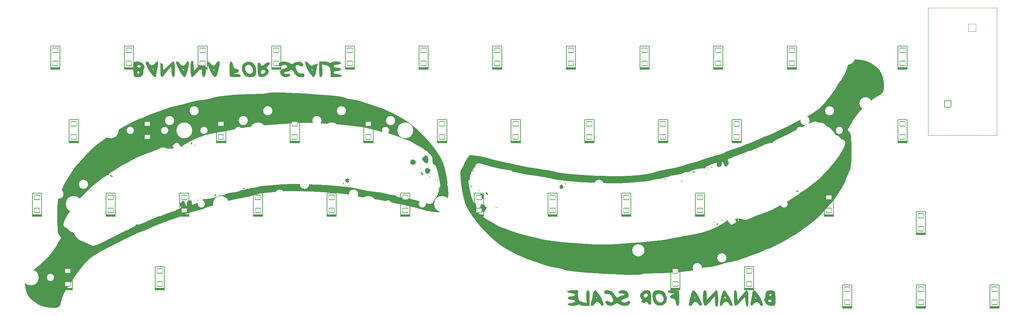
<source format=gbo>
%TF.GenerationSoftware,KiCad,Pcbnew,(6.0.10)*%
%TF.CreationDate,2023-02-19T18:35:27+11:00*%
%TF.ProjectId,whykb,7768796b-622e-46b6-9963-61645f706362,REV1*%
%TF.SameCoordinates,Original*%
%TF.FileFunction,Legend,Bot*%
%TF.FilePolarity,Positive*%
%FSLAX46Y46*%
G04 Gerber Fmt 4.6, Leading zero omitted, Abs format (unit mm)*
G04 Created by KiCad (PCBNEW (6.0.10)) date 2023-02-19 18:35:27*
%MOMM*%
%LPD*%
G01*
G04 APERTURE LIST*
G04 Aperture macros list*
%AMRoundRect*
0 Rectangle with rounded corners*
0 $1 Rounding radius*
0 $2 $3 $4 $5 $6 $7 $8 $9 X,Y pos of 4 corners*
0 Add a 4 corners polygon primitive as box body*
4,1,4,$2,$3,$4,$5,$6,$7,$8,$9,$2,$3,0*
0 Add four circle primitives for the rounded corners*
1,1,$1+$1,$2,$3*
1,1,$1+$1,$4,$5*
1,1,$1+$1,$6,$7*
1,1,$1+$1,$8,$9*
0 Add four rect primitives between the rounded corners*
20,1,$1+$1,$2,$3,$4,$5,0*
20,1,$1+$1,$4,$5,$6,$7,0*
20,1,$1+$1,$6,$7,$8,$9,0*
20,1,$1+$1,$8,$9,$2,$3,0*%
G04 Aperture macros list end*
%ADD10C,0.200000*%
%ADD11C,0.120000*%
%ADD12C,2.351600*%
%ADD13C,1.851600*%
%ADD14C,3.149600*%
%ADD15C,4.089400*%
%ADD16C,2.101600*%
%ADD17RoundRect,0.050800X-1.000000X1.000000X-1.000000X-1.000000X1.000000X-1.000000X1.000000X1.000000X0*%
%ADD18O,1.801600X1.801600*%
%ADD19RoundRect,0.050800X0.850000X-0.850000X0.850000X0.850000X-0.850000X0.850000X-0.850000X-0.850000X0*%
%ADD20RoundRect,0.050800X0.700000X-0.600000X0.700000X0.600000X-0.700000X0.600000X-0.700000X-0.600000X0*%
%ADD21C,1.625600*%
G04 APERTURE END LIST*
D10*
%TO.C,D11*%
X126612500Y-122450000D02*
X124212500Y-122450000D01*
X124212500Y-116725000D02*
X124212500Y-122725000D01*
X126612500Y-116725000D02*
X124212500Y-116725000D01*
X124212500Y-122600000D02*
X126612500Y-122600000D01*
X126612500Y-122725000D02*
X126612500Y-116725000D01*
X126612500Y-122325000D02*
X124212500Y-122325000D01*
X124212500Y-122725000D02*
X126612500Y-122725000D01*
%TO.C,D15*%
X264725000Y-141375000D02*
X262325000Y-141375000D01*
X264725000Y-141775000D02*
X264725000Y-135775000D01*
X262325000Y-141775000D02*
X264725000Y-141775000D01*
X264725000Y-141500000D02*
X262325000Y-141500000D01*
X264725000Y-135775000D02*
X262325000Y-135775000D01*
X262325000Y-135775000D02*
X262325000Y-141775000D01*
X262325000Y-141650000D02*
X264725000Y-141650000D01*
%TO.C,D14*%
X281375000Y-141650000D02*
X283775000Y-141650000D01*
X283775000Y-141375000D02*
X281375000Y-141375000D01*
X283775000Y-141775000D02*
X283775000Y-135775000D01*
X283775000Y-141500000D02*
X281375000Y-141500000D01*
X283775000Y-135775000D02*
X281375000Y-135775000D01*
X281375000Y-141775000D02*
X283775000Y-141775000D01*
X281375000Y-135775000D02*
X281375000Y-141775000D01*
%TO.C,D8*%
X183762500Y-116725000D02*
X181362500Y-116725000D01*
X183762500Y-122325000D02*
X181362500Y-122325000D01*
X181362500Y-122600000D02*
X183762500Y-122600000D01*
X181362500Y-122725000D02*
X183762500Y-122725000D01*
X181362500Y-116725000D02*
X181362500Y-122725000D01*
X183762500Y-122725000D02*
X183762500Y-116725000D01*
X183762500Y-122450000D02*
X181362500Y-122450000D01*
%TO.C,D7*%
X202812500Y-122725000D02*
X202812500Y-116725000D01*
X202812500Y-116725000D02*
X200412500Y-116725000D01*
X200412500Y-122600000D02*
X202812500Y-122600000D01*
X202812500Y-122450000D02*
X200412500Y-122450000D01*
X200412500Y-116725000D02*
X200412500Y-122725000D01*
X202812500Y-122325000D02*
X200412500Y-122325000D01*
X200412500Y-122725000D02*
X202812500Y-122725000D01*
%TO.C,D30*%
X198050000Y-160825000D02*
X198050000Y-154825000D01*
X198050000Y-160550000D02*
X195650000Y-160550000D01*
X195650000Y-154825000D02*
X195650000Y-160825000D01*
X195650000Y-160700000D02*
X198050000Y-160700000D01*
X198050000Y-160425000D02*
X195650000Y-160425000D01*
X195650000Y-160825000D02*
X198050000Y-160825000D01*
X198050000Y-154825000D02*
X195650000Y-154825000D01*
%TO.C,D29*%
X217100000Y-160550000D02*
X214700000Y-160550000D01*
X217100000Y-160425000D02*
X214700000Y-160425000D01*
X214700000Y-160825000D02*
X217100000Y-160825000D01*
X217100000Y-154825000D02*
X214700000Y-154825000D01*
X214700000Y-154825000D02*
X214700000Y-160825000D01*
X217100000Y-160825000D02*
X217100000Y-154825000D01*
X214700000Y-160700000D02*
X217100000Y-160700000D01*
%TO.C,D18*%
X207575000Y-141500000D02*
X205175000Y-141500000D01*
X207575000Y-135775000D02*
X205175000Y-135775000D01*
X207575000Y-141775000D02*
X207575000Y-135775000D01*
X207575000Y-141375000D02*
X205175000Y-141375000D01*
X205175000Y-135775000D02*
X205175000Y-141775000D01*
X205175000Y-141775000D02*
X207575000Y-141775000D01*
X205175000Y-141650000D02*
X207575000Y-141650000D01*
%TO.C,D42*%
X108337500Y-173875000D02*
X108337500Y-179875000D01*
X108337500Y-179875000D02*
X110737500Y-179875000D01*
X110737500Y-179475000D02*
X108337500Y-179475000D01*
X110737500Y-179875000D02*
X110737500Y-173875000D01*
X108337500Y-179750000D02*
X110737500Y-179750000D01*
X110737500Y-179600000D02*
X108337500Y-179600000D01*
X110737500Y-173875000D02*
X108337500Y-173875000D01*
%TO.C,D33*%
X140900000Y-154825000D02*
X138500000Y-154825000D01*
X138500000Y-160700000D02*
X140900000Y-160700000D01*
X140900000Y-160825000D02*
X140900000Y-154825000D01*
X140900000Y-160550000D02*
X138500000Y-160550000D01*
X140900000Y-160425000D02*
X138500000Y-160425000D01*
X138500000Y-160825000D02*
X140900000Y-160825000D01*
X138500000Y-154825000D02*
X138500000Y-160825000D01*
%TO.C,D35*%
X102800000Y-160550000D02*
X100400000Y-160550000D01*
X102800000Y-154825000D02*
X100400000Y-154825000D01*
X102800000Y-160425000D02*
X100400000Y-160425000D01*
X100400000Y-160700000D02*
X102800000Y-160700000D01*
X100400000Y-154825000D02*
X100400000Y-160825000D01*
X102800000Y-160825000D02*
X102800000Y-154825000D01*
X100400000Y-160825000D02*
X102800000Y-160825000D01*
%TO.C,D22*%
X128975000Y-135775000D02*
X128975000Y-141775000D01*
X131375000Y-141375000D02*
X128975000Y-141375000D01*
X131375000Y-135775000D02*
X128975000Y-135775000D01*
X128975000Y-141650000D02*
X131375000Y-141650000D01*
X131375000Y-141500000D02*
X128975000Y-141500000D01*
X128975000Y-141775000D02*
X131375000Y-141775000D01*
X131375000Y-141775000D02*
X131375000Y-135775000D01*
%TO.C,G\u002A\u002A\u002A*%
G36*
X216830301Y-155043129D02*
G01*
X217104630Y-155460560D01*
X217049461Y-156155376D01*
X216972777Y-156305854D01*
X216545495Y-156478248D01*
X215900000Y-156227248D01*
X215645380Y-155935641D01*
X215793856Y-155480355D01*
X215878835Y-155355288D01*
X216372896Y-154981799D01*
X216830301Y-155043129D01*
G37*
G36*
X220515117Y-157353712D02*
G01*
X220940504Y-157693408D01*
X220931361Y-158285122D01*
X220882786Y-158382047D01*
X220465170Y-158650979D01*
X219939629Y-158603593D01*
X219575905Y-158247396D01*
X219504932Y-157981252D01*
X219647542Y-157491685D01*
X220223404Y-157316129D01*
X220515117Y-157353712D01*
G37*
G36*
X301827659Y-162674683D02*
G01*
X301445218Y-162945210D01*
X300553027Y-163602651D01*
X299665957Y-164282245D01*
X299167226Y-164659367D01*
X298371774Y-165210532D01*
X297774468Y-165564879D01*
X297114258Y-165925455D01*
X296356775Y-166401928D01*
X295710118Y-166803528D01*
X294791824Y-167318575D01*
X293733692Y-167878801D01*
X292658275Y-168422297D01*
X291688122Y-168887157D01*
X290945786Y-169211471D01*
X290553818Y-169333333D01*
X290165560Y-169432848D01*
X289574711Y-169740488D01*
X289395852Y-169847314D01*
X288640193Y-170203757D01*
X287760282Y-170530750D01*
X286978867Y-170792781D01*
X285857509Y-171189016D01*
X284728984Y-171604239D01*
X284629417Y-171641720D01*
X283733178Y-171974643D01*
X283067005Y-172214383D01*
X282768726Y-172311232D01*
X282662799Y-172326709D01*
X281903537Y-172475676D01*
X280842141Y-172718311D01*
X279658458Y-173010534D01*
X278532335Y-173308263D01*
X277643617Y-173567417D01*
X276922905Y-173749647D01*
X275820473Y-173953952D01*
X274671276Y-174108532D01*
X273658318Y-174250018D01*
X272716379Y-174447407D01*
X272104255Y-174651345D01*
X271813351Y-174752450D01*
X270961130Y-174923994D01*
X269727674Y-175095354D01*
X268211666Y-175257548D01*
X266511787Y-175401596D01*
X264726719Y-175518517D01*
X262955144Y-175599328D01*
X261295744Y-175635049D01*
X260437731Y-175651221D01*
X259293799Y-175707516D01*
X258406651Y-175792795D01*
X257918085Y-175896098D01*
X257679690Y-175953827D01*
X256892475Y-176013797D01*
X255692493Y-176029771D01*
X254158617Y-176006544D01*
X252369715Y-175948912D01*
X250404660Y-175861670D01*
X248342320Y-175749614D01*
X246261568Y-175617539D01*
X244241273Y-175470242D01*
X242360305Y-175312518D01*
X240697536Y-175149162D01*
X239331836Y-174984971D01*
X238342076Y-174824740D01*
X237807125Y-174673264D01*
X237465298Y-174534392D01*
X236604440Y-174301095D01*
X235625532Y-174130864D01*
X235084172Y-174050631D01*
X234027425Y-173832354D01*
X233193617Y-173586583D01*
X233026559Y-173524257D01*
X232208172Y-173235953D01*
X231120129Y-172868279D01*
X229951064Y-172485304D01*
X228625999Y-172018407D01*
X225902510Y-170849303D01*
X223039173Y-169367982D01*
X223003425Y-169347882D01*
X221275667Y-168207699D01*
X219467699Y-166725411D01*
X217671621Y-165002259D01*
X215979531Y-163139483D01*
X214483528Y-161238322D01*
X213275712Y-159400016D01*
X212448180Y-157725806D01*
X212281496Y-157248157D01*
X211919947Y-155912028D01*
X211584812Y-154310829D01*
X211313639Y-152635931D01*
X211243851Y-151995382D01*
X213224807Y-151995382D01*
X213347674Y-152914263D01*
X213608922Y-154311828D01*
X213924110Y-155711420D01*
X214259411Y-156770004D01*
X214590007Y-157332646D01*
X214926959Y-157425483D01*
X214978497Y-157414704D01*
X215170909Y-157670977D01*
X215236750Y-158430721D01*
X215250373Y-158852935D01*
X215384256Y-159430608D01*
X215748045Y-159950209D01*
X216446566Y-160599666D01*
X216993186Y-161016743D01*
X217875744Y-161602569D01*
X218914889Y-162236954D01*
X219988741Y-162850551D01*
X220975423Y-163374012D01*
X221753055Y-163737992D01*
X222199761Y-163873143D01*
X222415997Y-163928819D01*
X223018124Y-164157332D01*
X223821038Y-164502629D01*
X224574344Y-164790672D01*
X225816416Y-165183153D01*
X227355602Y-165616762D01*
X229067939Y-166059584D01*
X230829468Y-166479709D01*
X232516227Y-166845222D01*
X234004255Y-167124212D01*
X234027728Y-167128091D01*
X234871727Y-167241868D01*
X236131758Y-167380437D01*
X237689402Y-167532233D01*
X239426240Y-167685692D01*
X241223852Y-167829249D01*
X241702327Y-167865094D01*
X243824024Y-168015576D01*
X245568381Y-168117115D01*
X247069523Y-168170822D01*
X248461576Y-168177810D01*
X249878667Y-168139192D01*
X251454923Y-168056078D01*
X253324468Y-167929581D01*
X255780058Y-167746798D01*
X258320105Y-167536338D01*
X260507679Y-167324543D01*
X262445160Y-167099319D01*
X264234929Y-166848576D01*
X265979366Y-166560222D01*
X267780851Y-166222164D01*
X269065315Y-165973263D01*
X270594616Y-165683067D01*
X271989513Y-165423808D01*
X272253489Y-165372912D01*
X274111445Y-164893958D01*
X276011914Y-164224498D01*
X277760997Y-163440371D01*
X279164796Y-162617413D01*
X280203569Y-161889802D01*
X280712633Y-162525229D01*
X280793424Y-162625720D01*
X281134128Y-162973434D01*
X281456240Y-162973669D01*
X281994159Y-162649078D01*
X282094450Y-162580177D01*
X282472438Y-162224710D01*
X282434374Y-162025560D01*
X282315365Y-161968764D01*
X282213330Y-161822581D01*
X282912766Y-161822581D01*
X283047872Y-161959140D01*
X283182978Y-161822581D01*
X283047872Y-161686021D01*
X282912766Y-161822581D01*
X282213330Y-161822581D01*
X282102127Y-161663262D01*
X282110450Y-161621393D01*
X282414017Y-161461226D01*
X283009307Y-161421982D01*
X283697555Y-161500787D01*
X284279995Y-161694766D01*
X284693778Y-161804581D01*
X285310114Y-161692176D01*
X286238973Y-161311839D01*
X286831370Y-161048405D01*
X287822394Y-160644261D01*
X288604934Y-160367111D01*
X288679460Y-160344263D01*
X289585005Y-160028630D01*
X290627332Y-159615808D01*
X291644810Y-159175454D01*
X292475808Y-158777226D01*
X292958696Y-158490782D01*
X293263862Y-158289168D01*
X293948703Y-157900237D01*
X294802127Y-157454522D01*
X295454123Y-157111288D01*
X296396652Y-156566704D01*
X297098936Y-156104720D01*
X297176207Y-156047897D01*
X297849814Y-155602509D01*
X298382447Y-155324487D01*
X298636164Y-155185691D01*
X298855319Y-154866636D01*
X298870269Y-154779491D01*
X299158770Y-154584946D01*
X299256250Y-154567541D01*
X299796898Y-154296795D01*
X300608544Y-153756241D01*
X301593415Y-153020981D01*
X302653737Y-152166116D01*
X303691739Y-151266749D01*
X304609648Y-150397981D01*
X304867876Y-150136896D01*
X306456242Y-148440483D01*
X307828504Y-146817979D01*
X308959384Y-145312387D01*
X309823608Y-143966704D01*
X310395900Y-142823933D01*
X310650984Y-141927073D01*
X310563586Y-141319124D01*
X310108430Y-141043087D01*
X309709349Y-140872243D01*
X309214916Y-140402768D01*
X308872649Y-140041757D01*
X308424069Y-139836559D01*
X308189894Y-139767568D01*
X307848630Y-139370445D01*
X307532946Y-138773205D01*
X306597700Y-137867819D01*
X305230905Y-137210414D01*
X304723964Y-137030701D01*
X303891644Y-136687474D01*
X303342604Y-136398310D01*
X303139518Y-136298677D01*
X302818395Y-136282664D01*
X302338952Y-136407881D01*
X301621548Y-136703271D01*
X300586546Y-137197774D01*
X299154306Y-137920330D01*
X298748376Y-138127082D01*
X297265998Y-138874685D01*
X295822914Y-139592354D01*
X294566436Y-140207210D01*
X293643877Y-140646379D01*
X293474158Y-140726255D01*
X292653595Y-141156061D01*
X292110633Y-141515234D01*
X291955420Y-141732894D01*
X291940216Y-141848416D01*
X291592073Y-141836113D01*
X291174624Y-141856689D01*
X290403377Y-142066377D01*
X289497551Y-142424927D01*
X288839273Y-142724636D01*
X287667001Y-143252860D01*
X286861865Y-143602932D01*
X286338097Y-143809761D01*
X286009927Y-143908259D01*
X285791586Y-143933333D01*
X285646107Y-143956337D01*
X285065415Y-144153513D01*
X284312998Y-144486718D01*
X284039649Y-144614319D01*
X283127342Y-144978671D01*
X282365132Y-145204790D01*
X281750506Y-145389520D01*
X281405025Y-145607319D01*
X281240915Y-145736718D01*
X280735116Y-145845161D01*
X280334174Y-146010678D01*
X280219131Y-146415195D01*
X280498453Y-146812071D01*
X280603533Y-147030984D01*
X280321467Y-147510985D01*
X279810647Y-147958361D01*
X279473307Y-147907343D01*
X279240748Y-147347312D01*
X279063707Y-146896191D01*
X278812072Y-146664516D01*
X278690260Y-146770605D01*
X278719245Y-147194119D01*
X278747083Y-147574297D01*
X278373530Y-148000690D01*
X278362049Y-148006812D01*
X277804170Y-148097595D01*
X277434735Y-147825789D01*
X277423429Y-147314031D01*
X277476171Y-147161061D01*
X277465575Y-146994625D01*
X277233933Y-146990766D01*
X276686822Y-147160730D01*
X275729819Y-147515764D01*
X275638686Y-147550463D01*
X274833004Y-147897172D01*
X274494672Y-148152063D01*
X274571278Y-148353010D01*
X274598050Y-148372051D01*
X274701619Y-148509931D01*
X274321724Y-148435490D01*
X273815670Y-148400721D01*
X272953621Y-148489992D01*
X271993994Y-148676644D01*
X271149185Y-148918262D01*
X270631595Y-149172428D01*
X270301175Y-149315940D01*
X269672340Y-149395699D01*
X269158472Y-149459210D01*
X268702168Y-149666196D01*
X268537834Y-149764775D01*
X267926304Y-149952692D01*
X267094402Y-150097566D01*
X266663530Y-150157098D01*
X265799967Y-150320197D01*
X265213829Y-150489292D01*
X264944178Y-150593774D01*
X264201469Y-150809168D01*
X263139273Y-151035457D01*
X261648770Y-151297307D01*
X261118053Y-151391960D01*
X260400564Y-151546190D01*
X260027494Y-151663612D01*
X259847595Y-151704930D01*
X259196450Y-151788582D01*
X258166886Y-151892730D01*
X256853544Y-152008034D01*
X255351064Y-152125154D01*
X253944192Y-152216832D01*
X251932560Y-152298495D01*
X249881777Y-152314229D01*
X247626022Y-152264421D01*
X244999475Y-152149462D01*
X242964135Y-152038650D01*
X240803128Y-151898382D01*
X238981819Y-151745008D01*
X237388447Y-151565563D01*
X235911254Y-151347085D01*
X234438482Y-151076609D01*
X232858370Y-150741174D01*
X232507197Y-150665479D01*
X231273239Y-150433710D01*
X230150435Y-150269012D01*
X229345604Y-150203066D01*
X229219783Y-150199679D01*
X228137728Y-150064563D01*
X227113829Y-149797500D01*
X226921356Y-149731139D01*
X226035212Y-149496665D01*
X225305840Y-149399811D01*
X224780542Y-149327724D01*
X224411702Y-149122581D01*
X224126634Y-148943304D01*
X223534827Y-148849462D01*
X223503725Y-148849057D01*
X222832730Y-148770438D01*
X221783073Y-148576264D01*
X220486607Y-148296400D01*
X219075185Y-147960711D01*
X217680662Y-147599062D01*
X216434889Y-147241317D01*
X215903619Y-147127679D01*
X215305246Y-147212339D01*
X215089361Y-147609748D01*
X215019782Y-147862175D01*
X214668431Y-148316321D01*
X214253030Y-148837700D01*
X213854686Y-149642556D01*
X213594196Y-150475034D01*
X213563916Y-151102190D01*
X213590234Y-151350571D01*
X213442885Y-151428344D01*
X213383025Y-151399345D01*
X213237523Y-151506604D01*
X213224807Y-151995382D01*
X211243851Y-151995382D01*
X211143978Y-151078707D01*
X211120046Y-150729065D01*
X211093225Y-149687469D01*
X211178774Y-149026195D01*
X211389120Y-148620643D01*
X211670207Y-148202064D01*
X211981316Y-147483871D01*
X212022036Y-147362227D01*
X212369314Y-146645854D01*
X212858826Y-145885402D01*
X213537905Y-144969729D01*
X215326931Y-145161392D01*
X216209481Y-145284772D01*
X217333239Y-145510495D01*
X218196808Y-145759015D01*
X218624546Y-145911997D01*
X219101673Y-146060120D01*
X219701092Y-146219371D01*
X220504323Y-146408975D01*
X221592891Y-146648159D01*
X223048318Y-146956148D01*
X224952127Y-147352168D01*
X225074390Y-147377511D01*
X226294349Y-147631862D01*
X227458426Y-147876790D01*
X228329787Y-148062489D01*
X228800117Y-148154412D01*
X229843325Y-148332961D01*
X231127793Y-148533640D01*
X232475984Y-148727956D01*
X233442317Y-148871330D01*
X234572940Y-149067870D01*
X235435493Y-149251396D01*
X235895743Y-149395698D01*
X235932303Y-149412649D01*
X236489612Y-149540089D01*
X237558006Y-149682233D01*
X239112066Y-149836776D01*
X241126371Y-150001411D01*
X243575503Y-150173832D01*
X246434042Y-150351733D01*
X247494882Y-150404822D01*
X249997155Y-150463071D01*
X252504317Y-150436968D01*
X254925803Y-150332865D01*
X257171053Y-150157118D01*
X259149503Y-149916079D01*
X260770591Y-149616103D01*
X261943755Y-149263545D01*
X262317162Y-149135903D01*
X263251122Y-148906740D01*
X264268085Y-148736516D01*
X264441209Y-148712864D01*
X265500328Y-148515987D01*
X266783515Y-148218504D01*
X268051064Y-147875005D01*
X268292859Y-147803707D01*
X269587717Y-147424191D01*
X270848917Y-147057706D01*
X271834042Y-146774757D01*
X272407146Y-146605076D01*
X273447006Y-146269657D01*
X274265957Y-145973159D01*
X274959298Y-145733281D01*
X275995547Y-145427955D01*
X277103191Y-145140839D01*
X277135804Y-145132994D01*
X278131228Y-144859966D01*
X278943659Y-144578140D01*
X279400000Y-144347319D01*
X279892878Y-144065452D01*
X280615957Y-143818962D01*
X281246835Y-143634344D01*
X282294806Y-143273021D01*
X283583300Y-142796444D01*
X284977992Y-142256692D01*
X286344557Y-141705846D01*
X287548670Y-141195988D01*
X288456006Y-140779198D01*
X289018607Y-140514999D01*
X289733481Y-140223148D01*
X290153117Y-140109677D01*
X290527863Y-139991726D01*
X291298661Y-139664728D01*
X292380684Y-139170212D01*
X293689353Y-138549709D01*
X295140088Y-137844748D01*
X296648310Y-137096857D01*
X298129439Y-136347565D01*
X299498897Y-135638404D01*
X300672103Y-135010901D01*
X301564479Y-134506586D01*
X301869088Y-134322611D01*
X302893359Y-133656931D01*
X303769467Y-133021497D01*
X304334511Y-132532408D01*
X305295094Y-131461643D01*
X306320156Y-130226540D01*
X307268814Y-128999761D01*
X308041792Y-127909891D01*
X308539815Y-127085516D01*
X308720690Y-126743868D01*
X309112570Y-126103170D01*
X309395802Y-125769602D01*
X309598700Y-125557245D01*
X309997785Y-124919976D01*
X310443976Y-124047797D01*
X310859265Y-123108676D01*
X311165645Y-122270585D01*
X311285106Y-121701490D01*
X311372728Y-121077398D01*
X311785684Y-120525433D01*
X312585533Y-120258649D01*
X313825136Y-120246771D01*
X315630359Y-120518120D01*
X317162542Y-121100622D01*
X318602829Y-122068883D01*
X319375037Y-122799145D01*
X319971233Y-123698403D01*
X320356223Y-124834166D01*
X320601099Y-126359062D01*
X320658285Y-126971080D01*
X320635009Y-128008125D01*
X320341257Y-128756663D01*
X319695024Y-129366448D01*
X318614302Y-129987233D01*
X317973236Y-130372886D01*
X316781558Y-131296145D01*
X315510289Y-132476126D01*
X314285363Y-133783936D01*
X313232714Y-135090679D01*
X312478278Y-136267463D01*
X312245740Y-136700243D01*
X311811236Y-137469619D01*
X311496714Y-137977023D01*
X311407051Y-138120002D01*
X311356347Y-138528059D01*
X311701785Y-139029684D01*
X311725184Y-139056163D01*
X311921015Y-139332702D01*
X312059002Y-139699553D01*
X312149062Y-140247888D01*
X312201112Y-141068880D01*
X312218465Y-141927073D01*
X312225069Y-142253700D01*
X312230851Y-143893520D01*
X312229951Y-144804959D01*
X312217723Y-146197550D01*
X312179785Y-147212754D01*
X312101980Y-147961594D01*
X311970147Y-148555097D01*
X311770129Y-149104285D01*
X311487766Y-149720184D01*
X311145746Y-150473682D01*
X310852668Y-151210389D01*
X310737042Y-151632012D01*
X310719902Y-151726784D01*
X310481915Y-152254072D01*
X309955245Y-153163442D01*
X309128628Y-154473646D01*
X307990800Y-156203432D01*
X307908508Y-156322566D01*
X307301048Y-157095282D01*
X306437965Y-158089881D01*
X305420384Y-159200178D01*
X304349436Y-160319990D01*
X303326247Y-161343134D01*
X302815232Y-161822581D01*
X302451945Y-162163426D01*
X301827659Y-162674683D01*
G37*
G36*
X260433581Y-182062041D02*
G01*
X260458752Y-183016497D01*
X260415875Y-183542442D01*
X260279727Y-183749334D01*
X260025088Y-183746630D01*
X259769246Y-183633870D01*
X259606915Y-183314425D01*
X259615143Y-183214349D01*
X259422242Y-183006748D01*
X259017346Y-183073642D01*
X258593617Y-183398925D01*
X258399808Y-183572414D01*
X257904563Y-183777265D01*
X257444974Y-183778426D01*
X257242553Y-183550971D01*
X257368567Y-183297637D01*
X257788877Y-182906565D01*
X258001120Y-182747106D01*
X258173750Y-182472905D01*
X257923983Y-182174840D01*
X257566099Y-181617087D01*
X257590956Y-181398704D01*
X258495099Y-181398704D01*
X258505890Y-181717065D01*
X258898084Y-181909187D01*
X259352293Y-181782307D01*
X259558662Y-181350538D01*
X259499536Y-181032606D01*
X259244332Y-180804301D01*
X259180541Y-180809409D01*
X258778215Y-181024175D01*
X258495099Y-181398704D01*
X257590956Y-181398704D01*
X257635188Y-181010098D01*
X258052659Y-180470248D01*
X258732687Y-180107892D01*
X259589449Y-180033381D01*
X259779897Y-180058065D01*
X260106070Y-180163769D01*
X260286963Y-180436355D01*
X260376951Y-181002175D01*
X260395849Y-181350538D01*
X260430407Y-181987582D01*
X260433581Y-182062041D01*
G37*
G36*
X276157447Y-148166667D02*
G01*
X276022340Y-148303226D01*
X275887234Y-148166667D01*
X276022340Y-148030107D01*
X276157447Y-148166667D01*
G37*
G36*
X237596164Y-152762890D02*
G01*
X237787234Y-153219355D01*
X237698417Y-153572467D01*
X237246808Y-153765591D01*
X236897452Y-153675819D01*
X236706383Y-153219355D01*
X236795200Y-152866242D01*
X237246808Y-152673118D01*
X237596164Y-152762890D01*
G37*
G36*
X266227127Y-180038953D02*
G01*
X267645744Y-180121505D01*
X267727895Y-181729633D01*
X267748443Y-182439765D01*
X267728434Y-183256802D01*
X267660200Y-183732453D01*
X267530904Y-183954435D01*
X267222141Y-184023863D01*
X266925604Y-183695903D01*
X266751657Y-183053084D01*
X266708210Y-182742910D01*
X266476387Y-182287516D01*
X265941019Y-182118204D01*
X265497242Y-181997713D01*
X265227695Y-181679392D01*
X265406988Y-181315826D01*
X266024468Y-181044136D01*
X266214122Y-181002803D01*
X266572087Y-180908398D01*
X266451619Y-180863553D01*
X265821808Y-180836615D01*
X265619939Y-180826539D01*
X264998621Y-180690290D01*
X264808510Y-180380350D01*
X264809418Y-180348142D01*
X264940576Y-180115140D01*
X265374616Y-180021349D01*
X266227127Y-180038953D01*
G37*
G36*
X278859574Y-161822581D02*
G01*
X278724468Y-161959140D01*
X278589361Y-161822581D01*
X278724468Y-161686021D01*
X278859574Y-161822581D01*
G37*
G36*
X292528397Y-183709741D02*
G01*
X292298008Y-183944004D01*
X291700328Y-184068440D01*
X290957455Y-183971061D01*
X290268634Y-183656556D01*
X290184730Y-183592028D01*
X289780352Y-183053780D01*
X289710500Y-182685078D01*
X290632816Y-182685078D01*
X290653022Y-182860020D01*
X291022188Y-183069186D01*
X291360872Y-183095634D01*
X291559574Y-182827119D01*
X291393850Y-182530562D01*
X290991942Y-182454165D01*
X290632816Y-182685078D01*
X289710500Y-182685078D01*
X289670038Y-182471507D01*
X289902060Y-182055970D01*
X290022354Y-181820459D01*
X290015437Y-181272166D01*
X290006295Y-181213978D01*
X290978617Y-181213978D01*
X290989922Y-181289346D01*
X291269095Y-181571308D01*
X291422468Y-181553893D01*
X291559574Y-181213978D01*
X291515486Y-180988488D01*
X291269095Y-180856649D01*
X291188983Y-180893738D01*
X290978617Y-181213978D01*
X290006295Y-181213978D01*
X290001088Y-181180832D01*
X290136260Y-180508913D01*
X290694407Y-180109739D01*
X291609476Y-180034591D01*
X291724674Y-180045949D01*
X292176569Y-180127251D01*
X292418387Y-180343778D01*
X292529047Y-180832312D01*
X292553897Y-181213978D01*
X292587470Y-181729633D01*
X292608842Y-182440586D01*
X292600713Y-182827119D01*
X292591872Y-183247521D01*
X292528397Y-183709741D01*
G37*
G36*
X217939137Y-154700202D02*
G01*
X218281250Y-155114113D01*
X218296050Y-155278536D01*
X218044814Y-155353091D01*
X217914054Y-155289045D01*
X217571941Y-154875134D01*
X217557141Y-154710711D01*
X217808377Y-154636156D01*
X217939137Y-154700202D01*
G37*
G36*
X268501418Y-151671684D02*
G01*
X268543692Y-151753834D01*
X268321276Y-151853763D01*
X268178227Y-151834053D01*
X268141134Y-151671684D01*
X268180739Y-151638998D01*
X268501418Y-151671684D01*
G37*
G36*
X298165753Y-154207618D02*
G01*
X298373150Y-154302199D01*
X298585106Y-154477608D01*
X298510215Y-154579357D01*
X298200497Y-154541361D01*
X297911487Y-154314956D01*
X297886818Y-154188530D01*
X298165753Y-154207618D01*
G37*
G36*
X275346808Y-148712903D02*
G01*
X275211702Y-148849462D01*
X275076595Y-148712903D01*
X275211702Y-148576344D01*
X275346808Y-148712903D01*
G37*
G36*
X276878014Y-162323297D02*
G01*
X276920288Y-162405447D01*
X276697872Y-162505376D01*
X276554822Y-162485666D01*
X276517730Y-162323297D01*
X276557335Y-162290610D01*
X276878014Y-162323297D01*
G37*
G36*
X289248961Y-183127798D02*
G01*
X289387353Y-183603763D01*
X289365128Y-183800128D01*
X289114945Y-184060140D01*
X288744483Y-183967098D01*
X288452127Y-183535484D01*
X288390097Y-183383120D01*
X287978917Y-183032995D01*
X287431837Y-183100975D01*
X286912634Y-183582102D01*
X286763339Y-183790164D01*
X286401724Y-184079617D01*
X286191081Y-183907096D01*
X286157759Y-183326296D01*
X286328104Y-182390909D01*
X286405326Y-182069963D01*
X287283967Y-182069963D01*
X287506383Y-182169892D01*
X287649432Y-182150182D01*
X287686525Y-181987814D01*
X287646920Y-181955127D01*
X287326241Y-181987814D01*
X287283967Y-182069963D01*
X286405326Y-182069963D01*
X286461178Y-181837834D01*
X286629811Y-180997232D01*
X286695744Y-180451636D01*
X286717761Y-180228685D01*
X286938862Y-179995008D01*
X287348528Y-180176117D01*
X287885899Y-180732261D01*
X288490119Y-181623689D01*
X288690077Y-181987814D01*
X288899475Y-182369131D01*
X289248961Y-183127798D01*
G37*
G36*
X238327659Y-152400000D02*
G01*
X238308159Y-152544588D01*
X238147517Y-152582079D01*
X238115178Y-152542049D01*
X238147517Y-152217921D01*
X238228793Y-152175193D01*
X238327659Y-152400000D01*
G37*
G36*
X213987178Y-153060036D02*
G01*
X213968072Y-153337049D01*
X213845257Y-153418503D01*
X213791711Y-153321878D01*
X213823924Y-152895027D01*
X213921186Y-152768609D01*
X213987178Y-153060036D01*
G37*
G36*
X271686584Y-149143623D02*
G01*
X271698936Y-149395699D01*
X271643716Y-149469508D01*
X271261722Y-149668817D01*
X271170862Y-149647775D01*
X271158510Y-149395699D01*
X271213730Y-149321889D01*
X271595724Y-149122581D01*
X271686584Y-149143623D01*
G37*
G36*
X303719149Y-150624731D02*
G01*
X303584042Y-150761290D01*
X303448936Y-150624731D01*
X303584042Y-150488172D01*
X303719149Y-150624731D01*
G37*
G36*
X247935242Y-182875718D02*
G01*
X248149733Y-183549543D01*
X248117449Y-183927883D01*
X248055950Y-183983361D01*
X247651205Y-184029197D01*
X247244681Y-183535484D01*
X246969548Y-183209063D01*
X246442744Y-182989247D01*
X246112699Y-183091603D01*
X245758510Y-183535484D01*
X245585164Y-183854258D01*
X245199876Y-184081720D01*
X245176045Y-184081723D01*
X244930840Y-184057121D01*
X244839039Y-183895354D01*
X244888576Y-183464399D01*
X245067383Y-182632232D01*
X245111410Y-182433536D01*
X245259608Y-181754725D01*
X246221561Y-181754725D01*
X246253900Y-182078853D01*
X246335176Y-182121581D01*
X246434042Y-181896774D01*
X246414542Y-181752186D01*
X246253900Y-181714695D01*
X246221561Y-181754725D01*
X245259608Y-181754725D01*
X245315489Y-181498768D01*
X245477850Y-180736021D01*
X245676942Y-180220015D01*
X245968286Y-179984946D01*
X246154169Y-180059398D01*
X246583441Y-180498246D01*
X247074865Y-181208377D01*
X247465368Y-181896774D01*
X247551209Y-182048099D01*
X247935242Y-182875718D01*
G37*
G36*
X236976595Y-151990322D02*
G01*
X236841489Y-152126882D01*
X236706383Y-151990322D01*
X236841489Y-151853763D01*
X236976595Y-151990322D01*
G37*
G36*
X277531568Y-180050799D02*
G01*
X277657574Y-180510887D01*
X277745829Y-181275142D01*
X277790561Y-182183138D01*
X277786001Y-183074452D01*
X277726380Y-183788659D01*
X277605927Y-184165335D01*
X277528487Y-184231676D01*
X277234340Y-184209665D01*
X277038945Y-183713391D01*
X276968085Y-182798117D01*
X276968085Y-181546751D01*
X275864269Y-182814236D01*
X275324019Y-183390207D01*
X274761694Y-183889576D01*
X274408780Y-184081720D01*
X274186315Y-183891603D01*
X273972944Y-183304607D01*
X273829749Y-182481830D01*
X273784148Y-181588755D01*
X273863558Y-180790865D01*
X273938153Y-180506246D01*
X274206694Y-180012226D01*
X274491532Y-180001898D01*
X274719765Y-180437746D01*
X274818491Y-181282258D01*
X274830600Y-182579570D01*
X275981516Y-181282258D01*
X276561806Y-180671350D01*
X277118752Y-180175272D01*
X277455577Y-179984946D01*
X277531568Y-180050799D01*
G37*
G36*
X216170212Y-154175269D02*
G01*
X216035106Y-154311828D01*
X215900000Y-154175269D01*
X216035106Y-154038710D01*
X216170212Y-154175269D01*
G37*
G36*
X281208235Y-182766897D02*
G01*
X281454812Y-183415322D01*
X281473578Y-183494731D01*
X281479559Y-183956155D01*
X281160379Y-184081720D01*
X280867318Y-183979817D01*
X280559145Y-183535484D01*
X280373925Y-183201631D01*
X279792013Y-182989247D01*
X279391151Y-183075485D01*
X278994681Y-183535484D01*
X278876555Y-183808840D01*
X278548350Y-184076841D01*
X278222110Y-183870860D01*
X278199643Y-183807610D01*
X278214684Y-183317041D01*
X278354296Y-182551066D01*
X278518150Y-181896774D01*
X279400000Y-181896774D01*
X279410996Y-181971633D01*
X279686160Y-182169892D01*
X279783895Y-182148448D01*
X279805319Y-181896774D01*
X279749858Y-181815040D01*
X279519159Y-181623656D01*
X279492192Y-181630757D01*
X279400000Y-181896774D01*
X278518150Y-181896774D01*
X278574370Y-181672277D01*
X278830798Y-180843266D01*
X279079473Y-180226625D01*
X279276285Y-179984946D01*
X279405310Y-180043406D01*
X279795894Y-180456157D01*
X280287456Y-181143519D01*
X280748903Y-181896774D01*
X280788676Y-181961698D01*
X281208235Y-182766897D01*
G37*
G36*
X214548936Y-149122581D02*
G01*
X214529435Y-149267169D01*
X214368794Y-149304659D01*
X214336455Y-149264629D01*
X214368794Y-148940502D01*
X214450069Y-148897773D01*
X214548936Y-149122581D01*
G37*
G36*
X241574350Y-181145699D02*
G01*
X241596829Y-181806059D01*
X241755493Y-182497054D01*
X242149351Y-182885708D01*
X242874520Y-183117811D01*
X243773508Y-183315001D01*
X243700366Y-181719033D01*
X243685279Y-181319888D01*
X243702123Y-180564840D01*
X243825704Y-180178372D01*
X244084888Y-180033980D01*
X244116118Y-180028510D01*
X244338630Y-180068743D01*
X244467897Y-180343858D01*
X244527883Y-180957499D01*
X244542553Y-182013307D01*
X244542553Y-184081720D01*
X243342543Y-184081720D01*
X243012101Y-184070678D01*
X242320529Y-183965394D01*
X241960980Y-183784805D01*
X241811840Y-183635594D01*
X241485672Y-183784805D01*
X241068818Y-183992742D01*
X240394418Y-184090136D01*
X239674642Y-184063629D01*
X239101771Y-183921503D01*
X238868085Y-183672043D01*
X238869794Y-183634731D01*
X239114341Y-183351204D01*
X239813829Y-183262365D01*
X239899964Y-183261625D01*
X240554490Y-183155692D01*
X240759574Y-182852688D01*
X240757865Y-182815376D01*
X240513318Y-182531849D01*
X239813829Y-182443011D01*
X239727695Y-182442270D01*
X239073169Y-182336338D01*
X238868085Y-182033333D01*
X238869794Y-181996022D01*
X239114341Y-181712494D01*
X239813829Y-181623656D01*
X239969025Y-181620032D01*
X240613382Y-181476067D01*
X240790386Y-181206251D01*
X240506244Y-180926444D01*
X239767164Y-180752508D01*
X239150209Y-180661868D01*
X238678247Y-180462234D01*
X238689264Y-180239972D01*
X239158582Y-180059427D01*
X240061525Y-179984946D01*
X241570212Y-179984946D01*
X241574350Y-181145699D01*
G37*
G36*
X287776595Y-143796774D02*
G01*
X287641489Y-143933333D01*
X287506383Y-143796774D01*
X287641489Y-143660215D01*
X287776595Y-143796774D01*
G37*
G36*
X274806383Y-149805376D02*
G01*
X274671276Y-149941935D01*
X274536170Y-149805376D01*
X274671276Y-149668817D01*
X274806383Y-149805376D01*
G37*
G36*
X282397948Y-180054462D02*
G01*
X282591914Y-180494979D01*
X282695985Y-181404688D01*
X282777659Y-182824429D01*
X283846482Y-181404688D01*
X284103140Y-181069048D01*
X284752629Y-180312526D01*
X285189077Y-180029037D01*
X285451956Y-180236171D01*
X285580738Y-180951513D01*
X285614893Y-182192652D01*
X285609467Y-182826483D01*
X285561340Y-183732223D01*
X285454261Y-184196426D01*
X285277127Y-184287969D01*
X285175140Y-184201711D01*
X284974466Y-183699184D01*
X284857867Y-182921007D01*
X284776373Y-181666434D01*
X283675049Y-182874077D01*
X283587198Y-182969981D01*
X282824894Y-183734776D01*
X282317115Y-184045815D01*
X282014959Y-183880791D01*
X281869526Y-183217399D01*
X281831915Y-182033333D01*
X281839143Y-181341857D01*
X281893108Y-180525153D01*
X282015095Y-180104282D01*
X282223113Y-179984946D01*
X282397948Y-180054462D01*
G37*
G36*
X253996896Y-180175470D02*
G01*
X254421001Y-180653603D01*
X254509160Y-180801450D01*
X254668414Y-181480966D01*
X254333800Y-181967862D01*
X253528192Y-182221959D01*
X253040008Y-182356782D01*
X252722453Y-182624673D01*
X252777506Y-182873129D01*
X253154278Y-183105943D01*
X253665080Y-183175666D01*
X254081243Y-183016378D01*
X254462047Y-182770095D01*
X254891161Y-182763156D01*
X255080851Y-183071183D01*
X255044788Y-183269873D01*
X254756595Y-183753978D01*
X254517981Y-183915743D01*
X253778932Y-184068146D01*
X252911923Y-183974562D01*
X252152092Y-183644845D01*
X251819595Y-183427975D01*
X251452965Y-183361317D01*
X251057393Y-183644845D01*
X250814904Y-183819258D01*
X250112168Y-184022631D01*
X249388886Y-183947652D01*
X248823824Y-183632710D01*
X248595744Y-183116197D01*
X248647502Y-182870478D01*
X249011870Y-182738685D01*
X249728724Y-183017445D01*
X250089947Y-183150703D01*
X250484361Y-183042072D01*
X250613055Y-182621159D01*
X250458439Y-181999010D01*
X250002918Y-181286675D01*
X249678173Y-181026279D01*
X248963139Y-180974886D01*
X248800226Y-181011698D01*
X248418578Y-180966969D01*
X248325532Y-180544304D01*
X248383508Y-180180042D01*
X248670619Y-180021920D01*
X249338332Y-180036739D01*
X249890573Y-180125818D01*
X250464594Y-180446267D01*
X250994677Y-181129762D01*
X251075680Y-181255619D01*
X251470155Y-181792082D01*
X251747324Y-181931059D01*
X252027773Y-181744278D01*
X252408017Y-181503170D01*
X253089503Y-181350538D01*
X253506861Y-181282773D01*
X253584819Y-181061292D01*
X253284690Y-180890501D01*
X252690681Y-180856453D01*
X252172508Y-180832258D01*
X251973404Y-180531183D01*
X252218825Y-180203469D01*
X252970421Y-180037720D01*
X253436837Y-180021050D01*
X253996896Y-180175470D01*
G37*
G36*
X264413131Y-183017291D02*
G01*
X263937748Y-183656556D01*
X263151967Y-184018533D01*
X262254901Y-183998458D01*
X261489119Y-183552959D01*
X260955599Y-182745976D01*
X260831454Y-182061326D01*
X261618641Y-182061326D01*
X261991442Y-182738652D01*
X262293768Y-183029218D01*
X262859837Y-183240525D01*
X263403404Y-182934624D01*
X263634759Y-182597354D01*
X263664497Y-181912231D01*
X263207339Y-181232369D01*
X263106776Y-181146662D01*
X262475618Y-180873509D01*
X261954617Y-181012444D01*
X261637662Y-181447153D01*
X261618641Y-182061326D01*
X260831454Y-182061326D01*
X260755319Y-181641447D01*
X260763030Y-181354369D01*
X260958151Y-180537375D01*
X261479395Y-180109003D01*
X262411026Y-179984946D01*
X262590193Y-179988461D01*
X263380544Y-180167982D01*
X263978260Y-180704574D01*
X264283793Y-181203999D01*
X264469186Y-181912231D01*
X264529275Y-182141782D01*
X264413131Y-183017291D01*
G37*
G36*
X277778723Y-162762376D02*
G01*
X277768339Y-162841652D01*
X277508510Y-163051613D01*
X277447359Y-163048481D01*
X277238298Y-162931172D01*
X277250732Y-162887361D01*
X277508510Y-162641935D01*
X277613181Y-162599260D01*
X277778723Y-162762376D01*
G37*
G36*
X217004690Y-157769046D02*
G01*
X217495091Y-158169994D01*
X217822150Y-158560035D01*
X217890563Y-158890221D01*
X217612357Y-159277128D01*
X217290196Y-159604993D01*
X216931704Y-159744309D01*
X216486341Y-159535537D01*
X216280688Y-159212157D01*
X216219412Y-158604698D01*
X216338371Y-158001556D01*
X216619046Y-157663929D01*
X217004690Y-157769046D01*
G37*
G36*
X273529995Y-183472311D02*
G01*
X273570350Y-183841433D01*
X273429212Y-184004325D01*
X273043929Y-184014362D01*
X272644681Y-183535484D01*
X272369548Y-183209063D01*
X271842744Y-182989247D01*
X271512699Y-183091603D01*
X271158510Y-183535484D01*
X271070331Y-183728033D01*
X270728922Y-184031267D01*
X270375760Y-184050074D01*
X270214273Y-183740322D01*
X270215530Y-183703207D01*
X270294532Y-183176528D01*
X270458261Y-182443011D01*
X270459897Y-182436560D01*
X270627422Y-181754725D01*
X271621561Y-181754725D01*
X271653900Y-182078853D01*
X271735176Y-182121581D01*
X271834042Y-181896774D01*
X271814542Y-181752186D01*
X271653900Y-181714695D01*
X271621561Y-181754725D01*
X270627422Y-181754725D01*
X270679324Y-181543480D01*
X270867221Y-180736021D01*
X270896285Y-180618284D01*
X271191460Y-180084308D01*
X271604224Y-180072242D01*
X272077296Y-180589044D01*
X272184357Y-180764136D01*
X272783970Y-181818146D01*
X272822917Y-181896774D01*
X273250192Y-182759377D01*
X273529995Y-183472311D01*
G37*
G36*
X264318750Y-151120956D02*
G01*
X264443822Y-151219264D01*
X264155496Y-151285965D01*
X263881430Y-151266653D01*
X263800842Y-151142518D01*
X263896440Y-151088396D01*
X264318750Y-151120956D01*
G37*
%TO.C,D40*%
X267900000Y-179475000D02*
X265500000Y-179475000D01*
X265500000Y-179875000D02*
X267900000Y-179875000D01*
X267900000Y-173875000D02*
X265500000Y-173875000D01*
X267900000Y-179600000D02*
X265500000Y-179600000D01*
X265500000Y-173875000D02*
X265500000Y-179875000D01*
X267900000Y-179875000D02*
X267900000Y-173875000D01*
X265500000Y-179750000D02*
X267900000Y-179750000D01*
%TO.C,D23*%
X112325000Y-135775000D02*
X109925000Y-135775000D01*
X112325000Y-141775000D02*
X112325000Y-135775000D01*
X109925000Y-141650000D02*
X112325000Y-141650000D01*
X109925000Y-141775000D02*
X112325000Y-141775000D01*
X112325000Y-141375000D02*
X109925000Y-141375000D01*
X109925000Y-135775000D02*
X109925000Y-141775000D01*
X112325000Y-141500000D02*
X109925000Y-141500000D01*
%TO.C,D28*%
X233750000Y-160700000D02*
X236150000Y-160700000D01*
X236150000Y-154825000D02*
X233750000Y-154825000D01*
X233750000Y-154825000D02*
X233750000Y-160825000D01*
X233750000Y-160825000D02*
X236150000Y-160825000D01*
X236150000Y-160825000D02*
X236150000Y-154825000D01*
X236150000Y-160425000D02*
X233750000Y-160425000D01*
X236150000Y-160550000D02*
X233750000Y-160550000D01*
%TO.C,D26*%
X274250000Y-160425000D02*
X271850000Y-160425000D01*
X274250000Y-154825000D02*
X271850000Y-154825000D01*
X271850000Y-160825000D02*
X274250000Y-160825000D01*
X271850000Y-154825000D02*
X271850000Y-160825000D01*
X274250000Y-160825000D02*
X274250000Y-154825000D01*
X274250000Y-160550000D02*
X271850000Y-160550000D01*
X271850000Y-160700000D02*
X274250000Y-160700000D01*
%TO.C,D13*%
X326637500Y-141500000D02*
X324237500Y-141500000D01*
X324237500Y-141650000D02*
X326637500Y-141650000D01*
X326637500Y-141375000D02*
X324237500Y-141375000D01*
X324237500Y-135775000D02*
X324237500Y-141775000D01*
X326637500Y-135775000D02*
X324237500Y-135775000D01*
X324237500Y-141775000D02*
X326637500Y-141775000D01*
X326637500Y-141775000D02*
X326637500Y-135775000D01*
%TO.C,D6*%
X219462500Y-122600000D02*
X221862500Y-122600000D01*
X221862500Y-122450000D02*
X219462500Y-122450000D01*
X219462500Y-116725000D02*
X219462500Y-122725000D01*
X221862500Y-116725000D02*
X219462500Y-116725000D01*
X221862500Y-122725000D02*
X221862500Y-116725000D01*
X221862500Y-122325000D02*
X219462500Y-122325000D01*
X219462500Y-122725000D02*
X221862500Y-122725000D01*
%TO.C,D37*%
X329000000Y-184637500D02*
X331400000Y-184637500D01*
X331400000Y-184237500D02*
X329000000Y-184237500D01*
X331400000Y-178637500D02*
X329000000Y-178637500D01*
X329000000Y-178637500D02*
X329000000Y-184637500D01*
X331400000Y-184637500D02*
X331400000Y-178637500D01*
X329000000Y-184512500D02*
X331400000Y-184512500D01*
X331400000Y-184362500D02*
X329000000Y-184362500D01*
%TO.C,D31*%
X179000000Y-154825000D02*
X176600000Y-154825000D01*
X179000000Y-160825000D02*
X179000000Y-154825000D01*
X176600000Y-160700000D02*
X179000000Y-160700000D01*
X176600000Y-160825000D02*
X179000000Y-160825000D01*
X179000000Y-160550000D02*
X176600000Y-160550000D01*
X176600000Y-154825000D02*
X176600000Y-160825000D01*
X179000000Y-160425000D02*
X176600000Y-160425000D01*
%TO.C,D34*%
X121850000Y-160550000D02*
X119450000Y-160550000D01*
X121850000Y-160425000D02*
X119450000Y-160425000D01*
X119450000Y-160700000D02*
X121850000Y-160700000D01*
X121850000Y-160825000D02*
X121850000Y-154825000D01*
X121850000Y-154825000D02*
X119450000Y-154825000D01*
X119450000Y-160825000D02*
X121850000Y-160825000D01*
X119450000Y-154825000D02*
X119450000Y-160825000D01*
%TO.C,D5*%
X240912500Y-122325000D02*
X238512500Y-122325000D01*
X238512500Y-122725000D02*
X240912500Y-122725000D01*
X238512500Y-122600000D02*
X240912500Y-122600000D01*
X240912500Y-122450000D02*
X238512500Y-122450000D01*
X240912500Y-116725000D02*
X238512500Y-116725000D01*
X238512500Y-116725000D02*
X238512500Y-122725000D01*
X240912500Y-122725000D02*
X240912500Y-116725000D01*
%TO.C,D20*%
X169475000Y-141500000D02*
X167075000Y-141500000D01*
X169475000Y-135775000D02*
X167075000Y-135775000D01*
X167075000Y-141650000D02*
X169475000Y-141650000D01*
X167075000Y-135775000D02*
X167075000Y-141775000D01*
X169475000Y-141775000D02*
X169475000Y-135775000D01*
X167075000Y-141775000D02*
X169475000Y-141775000D01*
X169475000Y-141375000D02*
X167075000Y-141375000D01*
%TO.C,D27*%
X252800000Y-160700000D02*
X255200000Y-160700000D01*
X255200000Y-160425000D02*
X252800000Y-160425000D01*
X255200000Y-160550000D02*
X252800000Y-160550000D01*
X255200000Y-160825000D02*
X255200000Y-154825000D01*
X252800000Y-160825000D02*
X255200000Y-160825000D01*
X252800000Y-154825000D02*
X252800000Y-160825000D01*
X255200000Y-154825000D02*
X252800000Y-154825000D01*
D11*
%TO.C,U1*%
X332105000Y-106825000D02*
X349885000Y-106825000D01*
X349885000Y-106825000D02*
X349885000Y-139845000D01*
X332105000Y-139845000D02*
X349885000Y-139845000D01*
X332105000Y-106825000D02*
X332105000Y-139845000D01*
D10*
%TO.C,D3*%
X279012500Y-116725000D02*
X276612500Y-116725000D01*
X279012500Y-122450000D02*
X276612500Y-122450000D01*
X279012500Y-122325000D02*
X276612500Y-122325000D01*
X276612500Y-122725000D02*
X279012500Y-122725000D01*
X276612500Y-116725000D02*
X276612500Y-122725000D01*
X279012500Y-122725000D02*
X279012500Y-116725000D01*
X276612500Y-122600000D02*
X279012500Y-122600000D01*
%TO.C,D16*%
X243275000Y-141775000D02*
X245675000Y-141775000D01*
X245675000Y-135775000D02*
X243275000Y-135775000D01*
X245675000Y-141375000D02*
X243275000Y-141375000D01*
X245675000Y-141500000D02*
X243275000Y-141500000D01*
X243275000Y-135775000D02*
X243275000Y-141775000D01*
X243275000Y-141650000D02*
X245675000Y-141650000D01*
X245675000Y-141775000D02*
X245675000Y-135775000D01*
%TO.C,D4*%
X257562500Y-122725000D02*
X259962500Y-122725000D01*
X257562500Y-116725000D02*
X257562500Y-122725000D01*
X259962500Y-122325000D02*
X257562500Y-122325000D01*
X257562500Y-122600000D02*
X259962500Y-122600000D01*
X259962500Y-122450000D02*
X257562500Y-122450000D01*
X259962500Y-122725000D02*
X259962500Y-116725000D01*
X259962500Y-116725000D02*
X257562500Y-116725000D01*
%TO.C,D36*%
X348050000Y-184637500D02*
X350450000Y-184637500D01*
X350450000Y-184237500D02*
X348050000Y-184237500D01*
X350450000Y-178637500D02*
X348050000Y-178637500D01*
X348050000Y-178637500D02*
X348050000Y-184637500D01*
X350450000Y-184362500D02*
X348050000Y-184362500D01*
X350450000Y-184637500D02*
X350450000Y-178637500D01*
X348050000Y-184512500D02*
X350450000Y-184512500D01*
%TO.C,D38*%
X312350000Y-184237500D02*
X309950000Y-184237500D01*
X309950000Y-184637500D02*
X312350000Y-184637500D01*
X309950000Y-178637500D02*
X309950000Y-184637500D01*
X309950000Y-184512500D02*
X312350000Y-184512500D01*
X312350000Y-184637500D02*
X312350000Y-178637500D01*
X312350000Y-178637500D02*
X309950000Y-178637500D01*
X312350000Y-184362500D02*
X309950000Y-184362500D01*
%TO.C,D25*%
X305187500Y-160825000D02*
X307587500Y-160825000D01*
X307587500Y-160825000D02*
X307587500Y-154825000D01*
X307587500Y-160550000D02*
X305187500Y-160550000D01*
X307587500Y-160425000D02*
X305187500Y-160425000D01*
X305187500Y-160700000D02*
X307587500Y-160700000D01*
X305187500Y-154825000D02*
X305187500Y-160825000D01*
X307587500Y-154825000D02*
X305187500Y-154825000D01*
%TO.C,D1*%
X324237500Y-116725000D02*
X324237500Y-122725000D01*
X326637500Y-116725000D02*
X324237500Y-116725000D01*
X326637500Y-122325000D02*
X324237500Y-122325000D01*
X326637500Y-122725000D02*
X326637500Y-116725000D01*
X324237500Y-122600000D02*
X326637500Y-122600000D01*
X324237500Y-122725000D02*
X326637500Y-122725000D01*
X326637500Y-122450000D02*
X324237500Y-122450000D01*
%TO.C,D2*%
X298062500Y-116725000D02*
X295662500Y-116725000D01*
X298062500Y-122725000D02*
X298062500Y-116725000D01*
X298062500Y-122450000D02*
X295662500Y-122450000D01*
X298062500Y-122325000D02*
X295662500Y-122325000D01*
X295662500Y-122725000D02*
X298062500Y-122725000D01*
X295662500Y-116725000D02*
X295662500Y-122725000D01*
X295662500Y-122600000D02*
X298062500Y-122600000D01*
%TO.C,D21*%
X148025000Y-141650000D02*
X150425000Y-141650000D01*
X148025000Y-135775000D02*
X148025000Y-141775000D01*
X150425000Y-135775000D02*
X148025000Y-135775000D01*
X150425000Y-141775000D02*
X150425000Y-135775000D01*
X150425000Y-141500000D02*
X148025000Y-141500000D01*
X148025000Y-141775000D02*
X150425000Y-141775000D01*
X150425000Y-141375000D02*
X148025000Y-141375000D01*
%TO.C,D24*%
X331400000Y-165587500D02*
X331400000Y-159587500D01*
X329000000Y-165587500D02*
X331400000Y-165587500D01*
X329000000Y-165462500D02*
X331400000Y-165462500D01*
X331400000Y-165187500D02*
X329000000Y-165187500D01*
X331400000Y-159587500D02*
X329000000Y-159587500D01*
X329000000Y-159587500D02*
X329000000Y-165587500D01*
X331400000Y-165312500D02*
X329000000Y-165312500D01*
%TO.C,D9*%
X162312500Y-116725000D02*
X162312500Y-122725000D01*
X164712500Y-122450000D02*
X162312500Y-122450000D01*
X164712500Y-122725000D02*
X164712500Y-116725000D01*
X162312500Y-122600000D02*
X164712500Y-122600000D01*
X162312500Y-122725000D02*
X164712500Y-122725000D01*
X164712500Y-116725000D02*
X162312500Y-116725000D01*
X164712500Y-122325000D02*
X162312500Y-122325000D01*
%TO.C,D41*%
X134550000Y-179600000D02*
X132150000Y-179600000D01*
X132150000Y-173875000D02*
X132150000Y-179875000D01*
X134550000Y-179875000D02*
X134550000Y-173875000D01*
X132150000Y-179750000D02*
X134550000Y-179750000D01*
X134550000Y-173875000D02*
X132150000Y-173875000D01*
X132150000Y-179875000D02*
X134550000Y-179875000D01*
X134550000Y-179475000D02*
X132150000Y-179475000D01*
%TO.C,D32*%
X159950000Y-154825000D02*
X157550000Y-154825000D01*
X157550000Y-160700000D02*
X159950000Y-160700000D01*
X159950000Y-160825000D02*
X159950000Y-154825000D01*
X159950000Y-160550000D02*
X157550000Y-160550000D01*
X157550000Y-154825000D02*
X157550000Y-160825000D01*
X159950000Y-160425000D02*
X157550000Y-160425000D01*
X157550000Y-160825000D02*
X159950000Y-160825000D01*
%TO.C,D19*%
X188525000Y-141775000D02*
X188525000Y-135775000D01*
X188525000Y-141375000D02*
X186125000Y-141375000D01*
X186125000Y-141775000D02*
X188525000Y-141775000D01*
X188525000Y-141500000D02*
X186125000Y-141500000D01*
X188525000Y-135775000D02*
X186125000Y-135775000D01*
X186125000Y-141650000D02*
X188525000Y-141650000D01*
X186125000Y-135775000D02*
X186125000Y-141775000D01*
%TO.C,D39*%
X286950000Y-179475000D02*
X284550000Y-179475000D01*
X284550000Y-173875000D02*
X284550000Y-179875000D01*
X284550000Y-179875000D02*
X286950000Y-179875000D01*
X286950000Y-179875000D02*
X286950000Y-173875000D01*
X284550000Y-179750000D02*
X286950000Y-179750000D01*
X286950000Y-173875000D02*
X284550000Y-173875000D01*
X286950000Y-179600000D02*
X284550000Y-179600000D01*
%TO.C,D12*%
X107562500Y-122450000D02*
X105162500Y-122450000D01*
X107562500Y-122325000D02*
X105162500Y-122325000D01*
X105162500Y-122600000D02*
X107562500Y-122600000D01*
X105162500Y-122725000D02*
X107562500Y-122725000D01*
X105162500Y-116725000D02*
X105162500Y-122725000D01*
X107562500Y-116725000D02*
X105162500Y-116725000D01*
X107562500Y-122725000D02*
X107562500Y-116725000D01*
%TO.C,D17*%
X224225000Y-135775000D02*
X224225000Y-141775000D01*
X224225000Y-141650000D02*
X226625000Y-141650000D01*
X224225000Y-141775000D02*
X226625000Y-141775000D01*
X226625000Y-141500000D02*
X224225000Y-141500000D01*
X226625000Y-141375000D02*
X224225000Y-141375000D01*
X226625000Y-135775000D02*
X224225000Y-135775000D01*
X226625000Y-141775000D02*
X226625000Y-135775000D01*
%TO.C,G\u002A\u002A\u002A*%
G36*
X155218570Y-153533347D02*
G01*
X155299158Y-153657482D01*
X155203560Y-153711604D01*
X154781250Y-153679044D01*
X154656178Y-153580736D01*
X154944504Y-153514035D01*
X155218570Y-153533347D01*
G37*
G36*
X202613659Y-145264463D02*
G01*
X202819312Y-145587843D01*
X202880588Y-146195302D01*
X202761629Y-146798444D01*
X202480954Y-147136071D01*
X202095310Y-147030954D01*
X201604909Y-146630006D01*
X201277850Y-146239965D01*
X201209437Y-145909779D01*
X201487643Y-145522872D01*
X201809804Y-145195007D01*
X202168296Y-145055691D01*
X202613659Y-145264463D01*
G37*
G36*
X141865660Y-120590335D02*
G01*
X142061055Y-121086609D01*
X142131915Y-122001883D01*
X142131915Y-123253249D01*
X143235731Y-121985764D01*
X143775981Y-121409793D01*
X144338306Y-120910424D01*
X144691220Y-120718280D01*
X144913685Y-120908397D01*
X145127056Y-121495393D01*
X145270251Y-122318170D01*
X145315852Y-123211245D01*
X145236442Y-124009135D01*
X145161847Y-124293754D01*
X144893306Y-124787774D01*
X144608468Y-124798102D01*
X144380235Y-124362254D01*
X144281509Y-123517742D01*
X144269400Y-122220430D01*
X143118484Y-123517742D01*
X142538194Y-124128650D01*
X141981248Y-124624728D01*
X141644423Y-124815054D01*
X141568432Y-124749201D01*
X141442426Y-124289113D01*
X141354171Y-123524858D01*
X141309439Y-122616862D01*
X141313999Y-121725548D01*
X141373620Y-121011341D01*
X141494073Y-120634665D01*
X141571513Y-120568324D01*
X141865660Y-120590335D01*
G37*
G36*
X205308289Y-151478122D02*
G01*
X205276076Y-151904973D01*
X205178814Y-152031391D01*
X205112822Y-151739964D01*
X205131928Y-151462951D01*
X205254743Y-151381497D01*
X205308289Y-151478122D01*
G37*
G36*
X140510639Y-142977419D02*
G01*
X140375532Y-143113979D01*
X140240426Y-142977419D01*
X140375532Y-142840860D01*
X140510639Y-142977419D01*
G37*
G36*
X179425358Y-120736371D02*
G01*
X179998229Y-120878497D01*
X180231915Y-121127957D01*
X180230206Y-121165269D01*
X179985659Y-121448796D01*
X179286171Y-121537635D01*
X179200036Y-121538375D01*
X178545510Y-121644308D01*
X178340426Y-121947312D01*
X178342135Y-121984624D01*
X178586682Y-122268151D01*
X179286171Y-122356989D01*
X179372305Y-122357730D01*
X180026831Y-122463662D01*
X180231915Y-122766667D01*
X180230206Y-122803978D01*
X179985659Y-123087506D01*
X179286171Y-123176344D01*
X179130975Y-123179968D01*
X178486618Y-123323933D01*
X178309614Y-123593749D01*
X178593756Y-123873556D01*
X179332836Y-124047492D01*
X179949791Y-124138132D01*
X180421753Y-124337766D01*
X180410736Y-124560028D01*
X179941418Y-124740573D01*
X179038475Y-124815054D01*
X177529788Y-124815054D01*
X177525650Y-123654301D01*
X177503171Y-122993941D01*
X177344507Y-122302946D01*
X176950649Y-121914292D01*
X176225480Y-121682189D01*
X175326492Y-121484999D01*
X175399634Y-123080967D01*
X175414721Y-123480112D01*
X175397877Y-124235160D01*
X175274296Y-124621628D01*
X175015112Y-124766020D01*
X174983882Y-124771490D01*
X174761370Y-124731257D01*
X174632103Y-124456142D01*
X174572117Y-123842501D01*
X174557447Y-122786693D01*
X174557447Y-120718280D01*
X175757457Y-120718280D01*
X176087899Y-120729322D01*
X176779471Y-120834606D01*
X177139020Y-121015195D01*
X177288160Y-121164406D01*
X177614328Y-121015195D01*
X178031182Y-120807258D01*
X178705582Y-120709864D01*
X179425358Y-120736371D01*
G37*
G36*
X166188077Y-120825438D02*
G01*
X166947908Y-121155155D01*
X167280405Y-121372025D01*
X167647035Y-121438683D01*
X168042607Y-121155155D01*
X168285096Y-120980742D01*
X168987832Y-120777369D01*
X169711114Y-120852348D01*
X170276176Y-121167290D01*
X170504256Y-121683803D01*
X170452498Y-121929522D01*
X170088130Y-122061315D01*
X169371276Y-121782555D01*
X169010053Y-121649297D01*
X168615639Y-121757928D01*
X168486945Y-122178841D01*
X168641561Y-122800990D01*
X169097082Y-123513325D01*
X169421827Y-123773721D01*
X170136861Y-123825114D01*
X170299774Y-123788302D01*
X170681422Y-123833031D01*
X170774468Y-124255696D01*
X170716492Y-124619958D01*
X170429381Y-124778080D01*
X169761668Y-124763261D01*
X169209427Y-124674182D01*
X168635406Y-124353733D01*
X168105323Y-123670238D01*
X168024320Y-123544381D01*
X167629845Y-123007918D01*
X167352676Y-122868941D01*
X167072227Y-123055722D01*
X166691983Y-123296830D01*
X166010497Y-123449462D01*
X165593139Y-123517227D01*
X165515181Y-123738708D01*
X165815310Y-123909499D01*
X166409319Y-123943547D01*
X166927492Y-123967742D01*
X167126596Y-124268817D01*
X166881175Y-124596531D01*
X166129579Y-124762280D01*
X165663163Y-124778950D01*
X165103104Y-124624530D01*
X164678999Y-124146397D01*
X164590840Y-123998550D01*
X164431586Y-123319034D01*
X164766200Y-122832138D01*
X165571808Y-122578041D01*
X166059992Y-122443218D01*
X166377547Y-122175327D01*
X166322494Y-121926871D01*
X165945722Y-121694057D01*
X165434920Y-121624334D01*
X165018757Y-121783622D01*
X164637953Y-122029905D01*
X164208839Y-122036844D01*
X164019149Y-121728817D01*
X164055212Y-121530127D01*
X164343405Y-121046022D01*
X164582019Y-120884257D01*
X165321068Y-120731854D01*
X166188077Y-120825438D01*
G37*
G36*
X141652641Y-141751519D02*
G01*
X141861702Y-141868828D01*
X141849268Y-141912639D01*
X141591490Y-142158065D01*
X141486819Y-142200740D01*
X141321277Y-142037624D01*
X141331661Y-141958348D01*
X141591490Y-141748387D01*
X141652641Y-141751519D01*
G37*
G36*
X145570005Y-121327689D02*
G01*
X145529650Y-120958567D01*
X145670788Y-120795675D01*
X146056071Y-120785638D01*
X146455319Y-121264516D01*
X146730452Y-121590937D01*
X147257256Y-121810753D01*
X147587301Y-121708397D01*
X147941490Y-121264516D01*
X148029669Y-121071967D01*
X148371078Y-120768733D01*
X148724240Y-120749926D01*
X148885727Y-121059678D01*
X148884470Y-121096793D01*
X148805468Y-121623472D01*
X148641739Y-122356989D01*
X148640103Y-122363440D01*
X148420676Y-123256520D01*
X148232779Y-124063979D01*
X148203715Y-124181716D01*
X147908540Y-124715692D01*
X147495776Y-124727758D01*
X147022704Y-124210956D01*
X146915643Y-124035864D01*
X146316030Y-122981854D01*
X146277083Y-122903226D01*
X147265958Y-122903226D01*
X147285458Y-123047814D01*
X147446100Y-123085305D01*
X147478439Y-123045275D01*
X147446100Y-122721147D01*
X147364824Y-122678419D01*
X147265958Y-122903226D01*
X146277083Y-122903226D01*
X145849808Y-122040623D01*
X145570005Y-121327689D01*
G37*
G36*
X158666419Y-122737959D02*
G01*
X158641248Y-121783503D01*
X158684125Y-121257558D01*
X158820273Y-121050666D01*
X159074912Y-121053370D01*
X159330754Y-121166130D01*
X159493085Y-121485575D01*
X159484857Y-121585651D01*
X159677758Y-121793252D01*
X160082654Y-121726358D01*
X160506383Y-121401075D01*
X160700192Y-121227586D01*
X161195437Y-121022735D01*
X161655026Y-121021574D01*
X161857447Y-121249029D01*
X161731433Y-121502363D01*
X161311123Y-121893435D01*
X161098880Y-122052894D01*
X160926250Y-122327095D01*
X161176017Y-122625160D01*
X161533901Y-123182913D01*
X161464812Y-123789902D01*
X161047341Y-124329752D01*
X160367313Y-124692108D01*
X159510551Y-124766619D01*
X159320103Y-124741935D01*
X158993930Y-124636231D01*
X158813037Y-124363645D01*
X158723049Y-123797825D01*
X158704151Y-123449462D01*
X159541338Y-123449462D01*
X159600464Y-123767394D01*
X159855668Y-123995699D01*
X159919459Y-123990591D01*
X160321785Y-123775825D01*
X160604901Y-123401296D01*
X160594110Y-123082935D01*
X160201916Y-122890813D01*
X159747707Y-123017693D01*
X159541338Y-123449462D01*
X158704151Y-123449462D01*
X158669593Y-122812418D01*
X158666419Y-122737959D01*
G37*
G36*
X152174396Y-121104097D02*
G01*
X152348343Y-121746916D01*
X152391790Y-122057090D01*
X152623613Y-122512484D01*
X153158981Y-122681796D01*
X153602758Y-122802287D01*
X153872305Y-123120608D01*
X153693012Y-123484174D01*
X153075532Y-123755864D01*
X152885878Y-123797197D01*
X152527913Y-123891602D01*
X152648381Y-123936447D01*
X153278192Y-123963385D01*
X153480061Y-123973461D01*
X154101379Y-124109710D01*
X154291490Y-124419650D01*
X154290582Y-124451858D01*
X154159424Y-124684860D01*
X153725384Y-124778651D01*
X152872873Y-124761047D01*
X151454256Y-124678495D01*
X151372105Y-123070367D01*
X151351557Y-122360235D01*
X151371566Y-121543198D01*
X151439800Y-121067547D01*
X151569096Y-120845565D01*
X151877859Y-120776137D01*
X152174396Y-121104097D01*
G37*
G36*
X204763545Y-155535371D02*
G01*
X204731206Y-155859498D01*
X204649931Y-155902227D01*
X204551064Y-155677419D01*
X204570565Y-155532831D01*
X204731206Y-155495341D01*
X204763545Y-155535371D01*
G37*
G36*
X180984822Y-152257951D02*
G01*
X180952483Y-152582079D01*
X180871207Y-152624807D01*
X180772341Y-152400000D01*
X180791841Y-152255412D01*
X180952483Y-152217921D01*
X180984822Y-152257951D01*
G37*
G36*
X171164758Y-121924282D02*
G01*
X170950267Y-121250457D01*
X170982551Y-120872117D01*
X171044050Y-120816639D01*
X171448795Y-120770803D01*
X171855319Y-121264516D01*
X172130452Y-121590937D01*
X172657256Y-121810753D01*
X172987301Y-121708397D01*
X173341490Y-121264516D01*
X173514836Y-120945742D01*
X173900124Y-120718280D01*
X173923955Y-120718277D01*
X174169160Y-120742879D01*
X174260961Y-120904646D01*
X174211424Y-121335601D01*
X174032617Y-122167768D01*
X173988590Y-122366464D01*
X173784511Y-123301232D01*
X173622150Y-124063979D01*
X173423058Y-124579985D01*
X173131714Y-124815054D01*
X172945831Y-124740602D01*
X172516559Y-124301754D01*
X172025135Y-123591623D01*
X171634632Y-122903226D01*
X172665958Y-122903226D01*
X172685458Y-123047814D01*
X172846100Y-123085305D01*
X172878439Y-123045275D01*
X172846100Y-122721147D01*
X172764824Y-122678419D01*
X172665958Y-122903226D01*
X171634632Y-122903226D01*
X171548791Y-122751901D01*
X171164758Y-121924282D01*
G37*
G36*
X143212766Y-156633333D02*
G01*
X143077660Y-156769893D01*
X142942553Y-156633333D01*
X143077660Y-156496774D01*
X143212766Y-156633333D01*
G37*
G36*
X201185946Y-149510955D02*
G01*
X201528059Y-149924866D01*
X201542859Y-150089289D01*
X201291623Y-150163844D01*
X201160863Y-150099798D01*
X200818750Y-149685887D01*
X200803950Y-149521464D01*
X201055186Y-149446909D01*
X201185946Y-149510955D01*
G37*
G36*
X137891765Y-122033103D02*
G01*
X137645188Y-121384678D01*
X137626422Y-121305269D01*
X137620441Y-120843845D01*
X137939621Y-120718280D01*
X138232682Y-120820183D01*
X138540855Y-121264516D01*
X138726075Y-121598369D01*
X139307987Y-121810753D01*
X139708849Y-121724515D01*
X140105319Y-121264516D01*
X140223445Y-120991160D01*
X140551650Y-120723159D01*
X140877890Y-120929140D01*
X140900357Y-120992390D01*
X140885316Y-121482959D01*
X140745704Y-122248934D01*
X140525630Y-123127723D01*
X140269202Y-123956734D01*
X140020527Y-124573375D01*
X139823715Y-124815054D01*
X139694690Y-124756594D01*
X139304106Y-124343843D01*
X138812544Y-123656481D01*
X138351097Y-122903226D01*
X139294681Y-122903226D01*
X139350142Y-122984960D01*
X139580841Y-123176344D01*
X139607808Y-123169243D01*
X139700000Y-122903226D01*
X139689004Y-122828367D01*
X139413840Y-122630108D01*
X139316105Y-122651552D01*
X139294681Y-122903226D01*
X138351097Y-122903226D01*
X138311324Y-122838302D01*
X137891765Y-122033103D01*
G37*
G36*
X150921773Y-152965947D02*
G01*
X150958866Y-153128316D01*
X150919261Y-153161002D01*
X150598582Y-153128316D01*
X150556308Y-153046166D01*
X150778724Y-152946237D01*
X150921773Y-152965947D01*
G37*
G36*
X182202548Y-151124181D02*
G01*
X182393617Y-151580645D01*
X182304800Y-151933758D01*
X181853192Y-152126882D01*
X181503836Y-152037110D01*
X181312766Y-151580645D01*
X181401583Y-151227533D01*
X181853192Y-151034409D01*
X182202548Y-151124181D01*
G37*
G36*
X106869149Y-160906480D02*
G01*
X106870049Y-159995041D01*
X106882277Y-158602450D01*
X106920215Y-157587246D01*
X106998020Y-156838406D01*
X107129853Y-156244903D01*
X107329871Y-155695715D01*
X107612234Y-155079816D01*
X107954254Y-154326318D01*
X108247332Y-153589611D01*
X108362958Y-153167988D01*
X108380098Y-153073216D01*
X108618085Y-152545928D01*
X109144755Y-151636558D01*
X109971372Y-150326354D01*
X111109200Y-148596568D01*
X111191492Y-148477434D01*
X111798952Y-147704718D01*
X112662035Y-146710119D01*
X113679616Y-145599822D01*
X114750564Y-144480010D01*
X115773753Y-143456866D01*
X116284768Y-142977419D01*
X135917022Y-142977419D01*
X136052128Y-143113979D01*
X136187234Y-142977419D01*
X136052128Y-142840860D01*
X135917022Y-142977419D01*
X116284768Y-142977419D01*
X116648055Y-142636574D01*
X117272341Y-142125317D01*
X117654782Y-141854790D01*
X118546973Y-141197349D01*
X119434043Y-140517755D01*
X119932774Y-140140633D01*
X120728226Y-139589468D01*
X121325532Y-139235121D01*
X121985742Y-138874545D01*
X122743225Y-138398072D01*
X123389882Y-137996472D01*
X124308176Y-137481425D01*
X125366308Y-136921199D01*
X126441725Y-136377703D01*
X127411878Y-135912843D01*
X128154214Y-135588529D01*
X128546182Y-135466667D01*
X128934440Y-135367152D01*
X129525289Y-135059512D01*
X129704148Y-134952686D01*
X130459807Y-134596243D01*
X131339718Y-134269250D01*
X132121133Y-134007219D01*
X133242491Y-133610984D01*
X134371016Y-133195761D01*
X134470583Y-133158280D01*
X135366822Y-132825357D01*
X136032995Y-132585617D01*
X136331274Y-132488768D01*
X136437201Y-132473291D01*
X137196463Y-132324324D01*
X138257859Y-132081689D01*
X139441542Y-131789466D01*
X140567665Y-131491737D01*
X141456383Y-131232583D01*
X142177095Y-131050353D01*
X143279527Y-130846048D01*
X144428724Y-130691468D01*
X145441682Y-130549982D01*
X146383621Y-130352593D01*
X146995745Y-130148655D01*
X147286649Y-130047550D01*
X148138870Y-129876006D01*
X149372326Y-129704646D01*
X150888334Y-129542452D01*
X152588213Y-129398404D01*
X154373281Y-129281483D01*
X156144856Y-129200672D01*
X157804256Y-129164951D01*
X158662269Y-129148779D01*
X159806201Y-129092484D01*
X160693349Y-129007205D01*
X161181915Y-128903902D01*
X161420310Y-128846173D01*
X162207525Y-128786203D01*
X163407507Y-128770229D01*
X164941383Y-128793456D01*
X166730285Y-128851088D01*
X168695340Y-128938330D01*
X170757680Y-129050386D01*
X172838432Y-129182461D01*
X174858727Y-129329758D01*
X176739695Y-129487482D01*
X178402464Y-129650838D01*
X179768164Y-129815029D01*
X180757924Y-129975260D01*
X181292875Y-130126736D01*
X181634702Y-130265608D01*
X182495560Y-130498905D01*
X183474468Y-130669136D01*
X184015828Y-130749369D01*
X185072575Y-130967646D01*
X185906383Y-131213417D01*
X186073441Y-131275743D01*
X186891828Y-131564047D01*
X187979871Y-131931721D01*
X189148936Y-132314696D01*
X190474001Y-132781593D01*
X193197490Y-133950697D01*
X196060827Y-135432018D01*
X196096575Y-135452118D01*
X197824333Y-136592301D01*
X199632301Y-138074589D01*
X201428379Y-139797741D01*
X203120469Y-141660517D01*
X204616472Y-143561678D01*
X205824288Y-145399984D01*
X206651820Y-147074194D01*
X206818504Y-147551843D01*
X207180053Y-148887972D01*
X207515188Y-150489171D01*
X207786361Y-152164069D01*
X207956022Y-153721293D01*
X207979954Y-154070935D01*
X208006775Y-155112531D01*
X207921226Y-155773805D01*
X207710880Y-156179357D01*
X207429793Y-156597936D01*
X207118684Y-157316129D01*
X207077964Y-157437773D01*
X206730686Y-158154146D01*
X206241174Y-158914598D01*
X205562095Y-159830271D01*
X203773069Y-159638608D01*
X202890519Y-159515228D01*
X201766761Y-159289505D01*
X200903192Y-159040985D01*
X200475454Y-158888003D01*
X199998327Y-158739880D01*
X199398908Y-158580629D01*
X198595677Y-158391025D01*
X197507109Y-158151841D01*
X196051682Y-157843852D01*
X194147873Y-157447832D01*
X194025610Y-157422489D01*
X192805651Y-157168138D01*
X191641574Y-156923210D01*
X190770213Y-156737511D01*
X190299883Y-156645588D01*
X189256675Y-156467039D01*
X187972207Y-156266360D01*
X186624016Y-156072044D01*
X185657683Y-155928670D01*
X184527060Y-155732130D01*
X183664507Y-155548604D01*
X183204257Y-155404302D01*
X183167697Y-155387351D01*
X182610388Y-155259911D01*
X181541994Y-155117767D01*
X179987934Y-154963224D01*
X177973629Y-154798589D01*
X175524497Y-154626168D01*
X172665958Y-154448267D01*
X171605118Y-154395178D01*
X169102845Y-154336929D01*
X166595683Y-154363032D01*
X164174197Y-154467135D01*
X161928947Y-154642882D01*
X159950497Y-154883921D01*
X158329409Y-155183897D01*
X157156245Y-155536455D01*
X156782838Y-155664097D01*
X155848878Y-155893260D01*
X154831915Y-156063484D01*
X154658791Y-156087136D01*
X153599672Y-156284013D01*
X152316485Y-156581496D01*
X151048936Y-156924995D01*
X150807141Y-156996293D01*
X149512283Y-157375809D01*
X148251083Y-157742294D01*
X147265958Y-158025243D01*
X146692854Y-158194924D01*
X145652994Y-158530343D01*
X144834043Y-158826841D01*
X144140702Y-159066719D01*
X143104453Y-159372045D01*
X141996809Y-159659161D01*
X141964196Y-159667006D01*
X140968772Y-159940034D01*
X140156341Y-160221860D01*
X139700000Y-160452681D01*
X139207122Y-160734548D01*
X138484043Y-160981038D01*
X137853165Y-161165656D01*
X136805194Y-161526979D01*
X135516700Y-162003556D01*
X134122008Y-162543308D01*
X132755443Y-163094154D01*
X131551330Y-163604012D01*
X130643994Y-164020802D01*
X130081393Y-164285001D01*
X129366519Y-164576852D01*
X128946883Y-164690323D01*
X128572137Y-164808274D01*
X127801339Y-165135272D01*
X126719316Y-165629788D01*
X125410647Y-166250291D01*
X123959912Y-166955252D01*
X122451690Y-167703143D01*
X120970561Y-168452435D01*
X119601103Y-169161596D01*
X118427897Y-169789099D01*
X117535521Y-170293414D01*
X117230912Y-170477389D01*
X116206641Y-171143069D01*
X115330533Y-171778503D01*
X114765489Y-172267592D01*
X113804906Y-173338357D01*
X112779844Y-174573460D01*
X111831186Y-175800239D01*
X111058208Y-176890109D01*
X110560185Y-177714484D01*
X110379310Y-178056132D01*
X109987430Y-178696830D01*
X109704198Y-179030398D01*
X109501300Y-179242755D01*
X109102215Y-179880024D01*
X108656024Y-180752203D01*
X108240735Y-181691324D01*
X107934355Y-182529415D01*
X107814894Y-183098510D01*
X107727272Y-183722602D01*
X107314316Y-184274567D01*
X106514467Y-184541351D01*
X105274864Y-184553229D01*
X103469641Y-184281880D01*
X101937458Y-183699378D01*
X100497171Y-182731117D01*
X99724963Y-182000855D01*
X99128767Y-181101597D01*
X98743777Y-179965834D01*
X98498901Y-178440938D01*
X98441715Y-177828920D01*
X98464991Y-176791875D01*
X98758743Y-176043337D01*
X99404976Y-175433552D01*
X100485698Y-174812767D01*
X101126764Y-174427114D01*
X102318442Y-173503855D01*
X103589711Y-172323874D01*
X104814637Y-171016064D01*
X105867286Y-169709321D01*
X106621722Y-168532537D01*
X106854260Y-168099757D01*
X107288764Y-167330381D01*
X107603286Y-166822977D01*
X107692949Y-166679998D01*
X107743653Y-166271941D01*
X107398215Y-165770316D01*
X107374816Y-165743837D01*
X107178985Y-165467298D01*
X107040998Y-165100447D01*
X106950938Y-164552112D01*
X106898888Y-163731120D01*
X106881535Y-162872927D01*
X108449016Y-162872927D01*
X108536414Y-163480876D01*
X108991570Y-163756913D01*
X109390651Y-163927757D01*
X109885084Y-164397232D01*
X110227351Y-164758243D01*
X110675931Y-164963441D01*
X110910106Y-165032432D01*
X111251370Y-165429555D01*
X111567054Y-166026795D01*
X112502300Y-166932181D01*
X113869095Y-167589586D01*
X114376036Y-167769299D01*
X115208356Y-168112526D01*
X115757396Y-168401690D01*
X115960482Y-168501323D01*
X116281605Y-168517336D01*
X116761048Y-168392119D01*
X117478452Y-168096729D01*
X118513454Y-167602226D01*
X119945694Y-166879670D01*
X120351624Y-166672918D01*
X121834002Y-165925315D01*
X123277086Y-165207646D01*
X124533564Y-164592790D01*
X125456123Y-164153621D01*
X125625842Y-164073745D01*
X126446405Y-163643939D01*
X126989367Y-163284766D01*
X127144580Y-163067106D01*
X127159784Y-162951584D01*
X127507927Y-162963887D01*
X127925376Y-162943311D01*
X128696623Y-162733623D01*
X129602449Y-162375073D01*
X130260727Y-162075364D01*
X131432999Y-161547140D01*
X132238135Y-161197068D01*
X132761903Y-160990239D01*
X133090073Y-160891741D01*
X133308414Y-160866667D01*
X133453893Y-160843663D01*
X134034585Y-160646487D01*
X134787002Y-160313282D01*
X135060351Y-160185681D01*
X135972658Y-159821329D01*
X136734868Y-159595210D01*
X137349494Y-159410480D01*
X137694975Y-159192681D01*
X137859085Y-159063282D01*
X138364884Y-158954839D01*
X138765826Y-158789322D01*
X138880869Y-158384805D01*
X138601547Y-157987929D01*
X138496467Y-157769016D01*
X138778533Y-157289015D01*
X139289353Y-156841639D01*
X139626693Y-156892657D01*
X139859252Y-157452688D01*
X140036293Y-157903809D01*
X140287928Y-158135484D01*
X140409740Y-158029395D01*
X140380755Y-157605881D01*
X140352917Y-157225703D01*
X140726470Y-156799310D01*
X140737951Y-156793188D01*
X141295830Y-156702405D01*
X141665265Y-156974211D01*
X141676571Y-157485969D01*
X141623829Y-157638939D01*
X141634425Y-157805375D01*
X141866067Y-157809234D01*
X142413178Y-157639270D01*
X143370181Y-157284236D01*
X143461314Y-157249537D01*
X144266996Y-156902828D01*
X144605328Y-156647937D01*
X144528722Y-156446990D01*
X144501950Y-156427949D01*
X144398381Y-156290069D01*
X144778276Y-156364510D01*
X145284330Y-156399279D01*
X146146379Y-156310008D01*
X147106006Y-156123356D01*
X147950815Y-155881738D01*
X148468405Y-155627572D01*
X148798825Y-155484060D01*
X149427660Y-155404301D01*
X149941528Y-155340790D01*
X150397832Y-155133804D01*
X150562166Y-155035225D01*
X151173696Y-154847308D01*
X152005598Y-154702434D01*
X152436470Y-154642902D01*
X153300033Y-154479803D01*
X153886171Y-154310708D01*
X154155822Y-154206226D01*
X154898531Y-153990832D01*
X155960727Y-153764543D01*
X157451230Y-153502693D01*
X157981947Y-153408040D01*
X158699436Y-153253810D01*
X159072506Y-153136388D01*
X159252405Y-153095070D01*
X159903550Y-153011418D01*
X160933114Y-152907270D01*
X162246456Y-152791966D01*
X163748936Y-152674846D01*
X165155808Y-152583168D01*
X167167440Y-152501505D01*
X169218223Y-152485771D01*
X171473978Y-152535579D01*
X174100525Y-152650538D01*
X176135865Y-152761350D01*
X178296872Y-152901618D01*
X180118181Y-153054992D01*
X181711553Y-153234437D01*
X183188746Y-153452915D01*
X184661518Y-153723391D01*
X186241630Y-154058826D01*
X186592803Y-154134521D01*
X187826761Y-154366290D01*
X188949565Y-154530988D01*
X189754396Y-154596934D01*
X189880217Y-154600321D01*
X190962272Y-154735437D01*
X191986171Y-155002500D01*
X192178644Y-155068861D01*
X193064788Y-155303335D01*
X193794160Y-155400189D01*
X194319458Y-155472276D01*
X194688298Y-155677419D01*
X194973366Y-155856696D01*
X195565173Y-155950538D01*
X195596275Y-155950943D01*
X196267270Y-156029562D01*
X197316927Y-156223736D01*
X198613393Y-156503600D01*
X200024815Y-156839289D01*
X201419338Y-157200938D01*
X202665111Y-157558683D01*
X203196381Y-157672321D01*
X203794754Y-157587661D01*
X204010639Y-157190252D01*
X204080218Y-156937825D01*
X204431569Y-156483679D01*
X204846970Y-155962300D01*
X205245314Y-155157444D01*
X205505804Y-154324966D01*
X205536084Y-153697810D01*
X205509766Y-153449429D01*
X205657115Y-153371656D01*
X205716975Y-153400655D01*
X205862477Y-153293396D01*
X205875193Y-152804618D01*
X205752326Y-151885737D01*
X205491078Y-150488172D01*
X205175890Y-149088580D01*
X204840589Y-148029996D01*
X204509993Y-147467354D01*
X204173041Y-147374517D01*
X204121503Y-147385296D01*
X203929091Y-147129023D01*
X203863250Y-146369279D01*
X203849627Y-145947065D01*
X203715744Y-145369392D01*
X203351955Y-144849791D01*
X202653434Y-144200334D01*
X202106814Y-143783257D01*
X201224256Y-143197431D01*
X200185111Y-142563046D01*
X199111259Y-141949449D01*
X198124577Y-141425988D01*
X197346945Y-141062008D01*
X196900239Y-140926857D01*
X196684003Y-140871181D01*
X196081876Y-140642668D01*
X195278962Y-140297371D01*
X194525656Y-140009328D01*
X193283584Y-139616847D01*
X191744398Y-139183238D01*
X190032061Y-138740416D01*
X188270532Y-138320291D01*
X186583773Y-137954778D01*
X185095745Y-137675788D01*
X185072272Y-137671909D01*
X184228273Y-137558132D01*
X182968242Y-137419563D01*
X181410598Y-137267767D01*
X179673760Y-137114308D01*
X177876148Y-136970751D01*
X177397673Y-136934906D01*
X175275976Y-136784424D01*
X173531619Y-136682885D01*
X172030477Y-136629178D01*
X170638424Y-136622190D01*
X169221333Y-136660808D01*
X167645077Y-136743922D01*
X165775532Y-136870419D01*
X163319942Y-137053202D01*
X160779895Y-137263662D01*
X158592321Y-137475457D01*
X156654840Y-137700681D01*
X154865071Y-137951424D01*
X153120634Y-138239778D01*
X151319149Y-138577836D01*
X150034685Y-138826737D01*
X148505384Y-139116933D01*
X147110487Y-139376192D01*
X146846511Y-139427088D01*
X144988555Y-139906042D01*
X143088086Y-140575502D01*
X141339003Y-141359629D01*
X139935204Y-142182587D01*
X138896431Y-142910198D01*
X138387367Y-142274771D01*
X138306576Y-142174280D01*
X137965872Y-141826566D01*
X137643760Y-141826331D01*
X137105841Y-142150922D01*
X137005550Y-142219823D01*
X136627562Y-142575290D01*
X136665626Y-142774440D01*
X136784635Y-142831236D01*
X136997873Y-143136738D01*
X136989550Y-143178607D01*
X136685983Y-143338774D01*
X136090693Y-143378018D01*
X135402445Y-143299213D01*
X134820005Y-143105234D01*
X134406222Y-142995419D01*
X133789886Y-143107824D01*
X132861027Y-143488161D01*
X132268630Y-143751595D01*
X131277606Y-144155739D01*
X130495066Y-144432889D01*
X130420540Y-144455737D01*
X129514995Y-144771370D01*
X128472668Y-145184192D01*
X127455190Y-145624546D01*
X126624192Y-146022774D01*
X126141304Y-146309218D01*
X125836138Y-146510832D01*
X125151297Y-146899763D01*
X124297873Y-147345478D01*
X123645877Y-147688712D01*
X122703348Y-148233296D01*
X122001064Y-148695280D01*
X121923793Y-148752103D01*
X121250186Y-149197491D01*
X120717553Y-149475513D01*
X120463836Y-149614309D01*
X120244681Y-149933364D01*
X120229731Y-150020509D01*
X119941230Y-150215054D01*
X119843750Y-150232459D01*
X119303102Y-150503205D01*
X118491456Y-151043759D01*
X117506585Y-151779019D01*
X116446263Y-152633884D01*
X115408261Y-153533251D01*
X114490352Y-154402019D01*
X114232124Y-154663104D01*
X112643758Y-156359517D01*
X111271496Y-157982021D01*
X110140616Y-159487613D01*
X109276392Y-160833296D01*
X108704100Y-161976067D01*
X108449016Y-162872927D01*
X106881535Y-162872927D01*
X106874931Y-162546300D01*
X106869149Y-160906480D01*
G37*
G36*
X182393617Y-152809678D02*
G01*
X182258511Y-152946237D01*
X182123405Y-152809678D01*
X182258511Y-152673118D01*
X182393617Y-152809678D01*
G37*
G36*
X154686869Y-121782709D02*
G01*
X155162252Y-121143444D01*
X155948033Y-120781467D01*
X156845099Y-120801542D01*
X157610881Y-121247041D01*
X158144401Y-122054024D01*
X158344681Y-123158553D01*
X158336970Y-123445631D01*
X158141849Y-124262625D01*
X157620605Y-124690997D01*
X156688974Y-124815054D01*
X156509807Y-124811539D01*
X155719456Y-124632018D01*
X155121740Y-124095426D01*
X154816207Y-123596001D01*
X154630814Y-122887769D01*
X155435503Y-122887769D01*
X155892661Y-123567631D01*
X155993224Y-123653338D01*
X156624382Y-123926491D01*
X157145383Y-123787556D01*
X157462338Y-123352847D01*
X157481359Y-122738674D01*
X157108558Y-122061348D01*
X156806232Y-121770782D01*
X156240163Y-121559475D01*
X155696596Y-121865376D01*
X155465241Y-122202646D01*
X155435503Y-122887769D01*
X154630814Y-122887769D01*
X154570725Y-122658218D01*
X154686869Y-121782709D01*
G37*
G36*
X126491158Y-122359414D02*
G01*
X126499287Y-121972881D01*
X127540426Y-121972881D01*
X127706150Y-122269438D01*
X128108058Y-122345835D01*
X128467184Y-122114922D01*
X128446978Y-121939980D01*
X128077812Y-121730814D01*
X127739128Y-121704366D01*
X127540426Y-121972881D01*
X126499287Y-121972881D01*
X126508128Y-121552479D01*
X126571603Y-121090259D01*
X126801992Y-120855996D01*
X127399672Y-120731560D01*
X128142545Y-120828939D01*
X128831366Y-121143444D01*
X128915270Y-121207972D01*
X129319648Y-121746220D01*
X129429962Y-122328493D01*
X129197940Y-122744030D01*
X129077646Y-122979541D01*
X129084563Y-123527834D01*
X129098912Y-123619168D01*
X128963740Y-124291087D01*
X128405593Y-124690261D01*
X127490524Y-124765409D01*
X127375326Y-124754051D01*
X126923431Y-124672749D01*
X126681613Y-124456222D01*
X126570953Y-123967688D01*
X126546103Y-123586022D01*
X127540426Y-123586022D01*
X127584514Y-123811512D01*
X127830905Y-123943351D01*
X127911017Y-123906262D01*
X128121383Y-123586022D01*
X128110078Y-123510654D01*
X127830905Y-123228692D01*
X127677532Y-123246107D01*
X127540426Y-123586022D01*
X126546103Y-123586022D01*
X126512530Y-123070367D01*
X126491158Y-122359414D01*
G37*
G36*
X142545178Y-142314334D02*
G01*
X142582270Y-142476703D01*
X142542665Y-142509390D01*
X142221986Y-142476703D01*
X142179712Y-142394553D01*
X142402128Y-142294624D01*
X142545178Y-142314334D01*
G37*
G36*
X199160371Y-146196407D02*
G01*
X199524095Y-146552604D01*
X199595068Y-146818748D01*
X199452458Y-147308315D01*
X198876596Y-147483871D01*
X198584883Y-147446288D01*
X198159496Y-147106592D01*
X198168639Y-146514878D01*
X198217214Y-146417953D01*
X198634830Y-146149021D01*
X199160371Y-146196407D01*
G37*
G36*
X147929138Y-155152225D02*
G01*
X147941490Y-155404301D01*
X147886270Y-155478111D01*
X147504276Y-155677419D01*
X147413416Y-155656377D01*
X147401064Y-155404301D01*
X147456284Y-155330492D01*
X147838278Y-155131183D01*
X147929138Y-155152225D01*
G37*
G36*
X115651064Y-154175269D02*
G01*
X115515958Y-154311828D01*
X115380851Y-154175269D01*
X115515958Y-154038710D01*
X115651064Y-154175269D01*
G37*
G36*
X129851039Y-121672202D02*
G01*
X129712647Y-121196237D01*
X129734872Y-120999872D01*
X129985055Y-120739860D01*
X130355517Y-120832902D01*
X130647873Y-121264516D01*
X130709903Y-121416880D01*
X131121083Y-121767005D01*
X131668163Y-121699025D01*
X132187366Y-121217898D01*
X132336661Y-121009836D01*
X132698276Y-120720383D01*
X132908919Y-120892904D01*
X132942241Y-121473704D01*
X132771896Y-122409091D01*
X132638822Y-122962166D01*
X132470189Y-123802768D01*
X132404256Y-124348364D01*
X132382239Y-124571315D01*
X132161138Y-124804992D01*
X131751472Y-124623883D01*
X131214101Y-124067739D01*
X130609881Y-123176311D01*
X130409923Y-122812186D01*
X131413475Y-122812186D01*
X131453080Y-122844873D01*
X131773759Y-122812186D01*
X131816033Y-122730037D01*
X131593617Y-122630108D01*
X131450568Y-122649818D01*
X131413475Y-122812186D01*
X130409923Y-122812186D01*
X130200525Y-122430869D01*
X129851039Y-121672202D01*
G37*
G36*
X144563830Y-154994624D02*
G01*
X144428724Y-155131183D01*
X144293617Y-154994624D01*
X144428724Y-154858065D01*
X144563830Y-154994624D01*
G37*
G36*
X144023405Y-156087097D02*
G01*
X143888298Y-156223656D01*
X143753192Y-156087097D01*
X143888298Y-155950538D01*
X144023405Y-156087097D01*
G37*
G36*
X133924860Y-120598289D02*
G01*
X134125534Y-121100816D01*
X134242133Y-121878993D01*
X134323627Y-123133566D01*
X135424951Y-121925923D01*
X135512802Y-121830019D01*
X136275106Y-121065224D01*
X136782885Y-120754185D01*
X137085041Y-120919209D01*
X137230474Y-121582601D01*
X137268085Y-122766667D01*
X137260857Y-123458143D01*
X137206892Y-124274847D01*
X137084905Y-124695718D01*
X136876887Y-124815054D01*
X136702052Y-124745538D01*
X136508086Y-124305021D01*
X136404015Y-123395312D01*
X136322341Y-121975571D01*
X135253518Y-123395312D01*
X134996860Y-123730952D01*
X134347371Y-124487474D01*
X133910923Y-124770963D01*
X133648044Y-124563829D01*
X133519262Y-123848487D01*
X133485107Y-122607348D01*
X133490533Y-121973517D01*
X133538660Y-121067777D01*
X133645739Y-120603574D01*
X133822873Y-120512031D01*
X133924860Y-120598289D01*
G37*
G36*
X203200000Y-150624731D02*
G01*
X203064894Y-150761290D01*
X202929788Y-150624731D01*
X203064894Y-150488172D01*
X203200000Y-150624731D01*
G37*
G36*
X131593617Y-161003226D02*
G01*
X131458511Y-161139785D01*
X131323405Y-161003226D01*
X131458511Y-160866667D01*
X131593617Y-161003226D01*
G37*
G36*
X120899503Y-150258639D02*
G01*
X121188513Y-150485044D01*
X121213182Y-150611470D01*
X120934247Y-150592382D01*
X120726850Y-150497801D01*
X120514894Y-150322392D01*
X120589785Y-150220643D01*
X120899503Y-150258639D01*
G37*
G36*
X203200000Y-148572752D02*
G01*
X203454620Y-148864359D01*
X203306144Y-149319645D01*
X203221165Y-149444712D01*
X202727104Y-149818201D01*
X202269699Y-149756871D01*
X201995370Y-149339440D01*
X202050539Y-148644624D01*
X202127223Y-148494146D01*
X202554505Y-148321752D01*
X203200000Y-148572752D01*
G37*
%TO.C,D10*%
X145662500Y-122325000D02*
X143262500Y-122325000D01*
X145662500Y-116725000D02*
X143262500Y-116725000D01*
X143262500Y-122600000D02*
X145662500Y-122600000D01*
X143262500Y-116725000D02*
X143262500Y-122725000D01*
X145662500Y-122450000D02*
X143262500Y-122450000D01*
X145662500Y-122725000D02*
X145662500Y-116725000D01*
X143262500Y-122725000D02*
X145662500Y-122725000D01*
%TD*%
%LPC*%
D12*
%TO.C,K40*%
X202565000Y-171595000D03*
X196215000Y-174135000D03*
D13*
X194945000Y-176675000D03*
D14*
X257175000Y-169690000D03*
D13*
X205105000Y-176675000D03*
D15*
X200025000Y-176675000D03*
D14*
X142875000Y-169690000D03*
D15*
X257175000Y-184930000D03*
X142875000Y-184930000D03*
%TD*%
D12*
%TO.C,K30*%
X189865000Y-152545000D03*
X183515000Y-155085000D03*
D13*
X192405000Y-157625000D03*
D15*
X187325000Y-157625000D03*
D13*
X182245000Y-157625000D03*
%TD*%
D12*
%TO.C,K22*%
X123190000Y-133495000D03*
X116840000Y-136035000D03*
D13*
X115570000Y-138575000D03*
D15*
X120650000Y-138575000D03*
D13*
X125730000Y-138575000D03*
%TD*%
D12*
%TO.C,K37*%
X323215000Y-176357500D03*
X316865000Y-178897500D03*
D15*
X320675000Y-181437500D03*
D13*
X325755000Y-181437500D03*
X315595000Y-181437500D03*
%TD*%
D12*
%TO.C,K17*%
X218440000Y-133495000D03*
X212090000Y-136035000D03*
D13*
X210820000Y-138575000D03*
X220980000Y-138575000D03*
D15*
X215900000Y-138575000D03*
%TD*%
D12*
%TO.C,K1*%
X313690000Y-114445000D03*
X307340000Y-116985000D03*
D13*
X306070000Y-119525000D03*
X316230000Y-119525000D03*
D15*
X311150000Y-119525000D03*
%TD*%
D12*
%TO.C,K8*%
X175577500Y-114445000D03*
X169227500Y-116985000D03*
D13*
X178117500Y-119525000D03*
X167957500Y-119525000D03*
D15*
X173037500Y-119525000D03*
%TD*%
D12*
%TO.C,K41*%
X123983750Y-171595000D03*
X117633750Y-174135000D03*
D15*
X121443750Y-176675000D03*
D13*
X116363750Y-176675000D03*
X126523750Y-176675000D03*
%TD*%
D12*
%TO.C,K13*%
X306546250Y-133495000D03*
X300196250Y-136035000D03*
D13*
X309086250Y-138575000D03*
D15*
X315912500Y-146830000D03*
D14*
X292100000Y-131590000D03*
D15*
X292100000Y-146830000D03*
D13*
X298926250Y-138575000D03*
D14*
X315912500Y-131590000D03*
D15*
X304006250Y-138575000D03*
%TD*%
D12*
%TO.C,K16*%
X237490000Y-133495000D03*
X231140000Y-136035000D03*
D13*
X240030000Y-138575000D03*
X229870000Y-138575000D03*
D15*
X234950000Y-138575000D03*
%TD*%
D12*
%TO.C,K19*%
X180340000Y-133495000D03*
X173990000Y-136035000D03*
D15*
X177800000Y-138575000D03*
D13*
X182880000Y-138575000D03*
X172720000Y-138575000D03*
%TD*%
D12*
%TO.C,K9*%
X156527500Y-114445000D03*
X150177500Y-116985000D03*
D13*
X159067500Y-119525000D03*
X148907500Y-119525000D03*
D15*
X153987500Y-119525000D03*
%TD*%
D12*
%TO.C,K4*%
X251777500Y-114445000D03*
X245427500Y-116985000D03*
D15*
X249237500Y-119525000D03*
D13*
X254317500Y-119525000D03*
X244157500Y-119525000D03*
%TD*%
D12*
%TO.C,K5*%
X232727500Y-114445000D03*
X226377500Y-116985000D03*
D15*
X230187500Y-119525000D03*
D13*
X235267500Y-119525000D03*
X225107500Y-119525000D03*
%TD*%
D12*
%TO.C,K26*%
X266065000Y-152545000D03*
X259715000Y-155085000D03*
D13*
X258445000Y-157625000D03*
X268605000Y-157625000D03*
D15*
X263525000Y-157625000D03*
%TD*%
D12*
%TO.C,K23*%
X96996250Y-133495000D03*
X90646250Y-136035000D03*
D13*
X99536250Y-138575000D03*
X89376250Y-138575000D03*
D15*
X94456250Y-138575000D03*
%TD*%
D12*
%TO.C,K36*%
X342265000Y-176357500D03*
X335915000Y-178897500D03*
D13*
X334645000Y-181437500D03*
D15*
X339725000Y-181437500D03*
D13*
X344805000Y-181437500D03*
%TD*%
D12*
%TO.C,K35*%
X92233750Y-152545000D03*
X85883750Y-155085000D03*
D13*
X84613750Y-157625000D03*
D15*
X89693750Y-157625000D03*
D13*
X94773750Y-157625000D03*
%TD*%
D12*
%TO.C,K31*%
X170815000Y-152545000D03*
X164465000Y-155085000D03*
D13*
X173355000Y-157625000D03*
D15*
X168275000Y-157625000D03*
D13*
X163195000Y-157625000D03*
%TD*%
D12*
%TO.C,K25*%
X292258750Y-152545000D03*
X285908750Y-155085000D03*
D15*
X289718750Y-157625000D03*
D13*
X294798750Y-157625000D03*
X284638750Y-157625000D03*
%TD*%
D12*
%TO.C,K7*%
X194627500Y-114445000D03*
X188277500Y-116985000D03*
D15*
X192087500Y-119525000D03*
D13*
X187007500Y-119525000D03*
X197167500Y-119525000D03*
%TD*%
D12*
%TO.C,K2*%
X289877500Y-114445000D03*
X283527500Y-116985000D03*
D13*
X282257500Y-119525000D03*
X292417500Y-119525000D03*
D15*
X287337500Y-119525000D03*
%TD*%
D12*
%TO.C,K38*%
X304165000Y-176357500D03*
X297815000Y-178897500D03*
D13*
X306705000Y-181437500D03*
X296545000Y-181437500D03*
D15*
X301625000Y-181437500D03*
%TD*%
D12*
%TO.C,K14*%
X275590000Y-133495000D03*
X269240000Y-136035000D03*
D15*
X273050000Y-138575000D03*
D13*
X278130000Y-138575000D03*
X267970000Y-138575000D03*
%TD*%
D12*
%TO.C,K28*%
X227965000Y-152545000D03*
X221615000Y-155085000D03*
D13*
X220345000Y-157625000D03*
X230505000Y-157625000D03*
D15*
X225425000Y-157625000D03*
%TD*%
D12*
%TO.C,K3*%
X270827500Y-114445000D03*
X264477500Y-116985000D03*
D13*
X263207500Y-119525000D03*
D15*
X268287500Y-119525000D03*
D13*
X273367500Y-119525000D03*
%TD*%
D12*
%TO.C,K33*%
X132715000Y-152545000D03*
X126365000Y-155085000D03*
D15*
X130175000Y-157625000D03*
D13*
X125095000Y-157625000D03*
X135255000Y-157625000D03*
%TD*%
D12*
%TO.C,K42*%
X102552500Y-171595000D03*
X96202500Y-174135000D03*
D13*
X105092500Y-176675000D03*
D15*
X100012500Y-176675000D03*
D13*
X94932500Y-176675000D03*
%TD*%
D12*
%TO.C,K32*%
X151765000Y-152545000D03*
X145415000Y-155085000D03*
D13*
X154305000Y-157625000D03*
X144145000Y-157625000D03*
D15*
X149225000Y-157625000D03*
%TD*%
D12*
%TO.C,K20*%
X161290000Y-133495000D03*
X154940000Y-136035000D03*
D13*
X163830000Y-138575000D03*
D15*
X158750000Y-138575000D03*
D13*
X153670000Y-138575000D03*
%TD*%
D12*
%TO.C,K21*%
X142240000Y-133495000D03*
X135890000Y-136035000D03*
D13*
X134620000Y-138575000D03*
D15*
X139700000Y-138575000D03*
D13*
X144780000Y-138575000D03*
%TD*%
D12*
%TO.C,K24*%
X323215000Y-157307500D03*
X316865000Y-159847500D03*
D13*
X325755000Y-162387500D03*
D15*
X320675000Y-162387500D03*
D13*
X315595000Y-162387500D03*
%TD*%
D12*
%TO.C,K11*%
X118427500Y-114445000D03*
X112077500Y-116985000D03*
D13*
X120967500Y-119525000D03*
D15*
X115887500Y-119525000D03*
D13*
X110807500Y-119525000D03*
%TD*%
D12*
%TO.C,K18*%
X199390000Y-133495000D03*
X193040000Y-136035000D03*
D15*
X196850000Y-138575000D03*
D13*
X191770000Y-138575000D03*
X201930000Y-138575000D03*
%TD*%
D12*
%TO.C,K34*%
X113665000Y-152545000D03*
X107315000Y-155085000D03*
D15*
X111125000Y-157625000D03*
D13*
X116205000Y-157625000D03*
X106045000Y-157625000D03*
%TD*%
D12*
%TO.C,K29*%
X208915000Y-152545000D03*
X202565000Y-155085000D03*
D15*
X206375000Y-157625000D03*
D13*
X211455000Y-157625000D03*
X201295000Y-157625000D03*
%TD*%
D12*
%TO.C,K6*%
X213677500Y-114445000D03*
X207327500Y-116985000D03*
D13*
X216217500Y-119525000D03*
X206057500Y-119525000D03*
D15*
X211137500Y-119525000D03*
%TD*%
D12*
%TO.C,K10*%
X137477500Y-114445000D03*
X131127500Y-116985000D03*
D15*
X134937500Y-119525000D03*
D13*
X140017500Y-119525000D03*
X129857500Y-119525000D03*
%TD*%
D12*
%TO.C,K12*%
X94615000Y-114445000D03*
X88265000Y-116985000D03*
D15*
X92075000Y-119525000D03*
D13*
X97155000Y-119525000D03*
X86995000Y-119525000D03*
%TD*%
D16*
%TO.C,SW2*%
X343495000Y-126525000D03*
X338495000Y-126525000D03*
X340995000Y-112025000D03*
X338495000Y-112025000D03*
D17*
X343495000Y-112025000D03*
%TD*%
D12*
%TO.C,K15*%
X256540000Y-133495000D03*
X250190000Y-136035000D03*
D13*
X259080000Y-138575000D03*
X248920000Y-138575000D03*
D15*
X254000000Y-138575000D03*
%TD*%
D12*
%TO.C,K39*%
X278765000Y-171595000D03*
X272415000Y-174135000D03*
D15*
X276225000Y-176675000D03*
D13*
X271145000Y-176675000D03*
X281305000Y-176675000D03*
%TD*%
D18*
%TO.C,U2*%
X344793000Y-131737000D03*
X342253000Y-131737000D03*
X339713000Y-131737000D03*
D19*
X337173000Y-131737000D03*
%TD*%
D12*
%TO.C,K27*%
X247015000Y-152545000D03*
X240665000Y-155085000D03*
D13*
X249555000Y-157625000D03*
X239395000Y-157625000D03*
D15*
X244475000Y-157625000D03*
%TD*%
D20*
%TO.C,D11*%
X125412500Y-117825000D03*
X125412500Y-121225000D03*
%TD*%
%TO.C,D15*%
X263525000Y-136875000D03*
X263525000Y-140275000D03*
%TD*%
%TO.C,D14*%
X282575000Y-136875000D03*
X282575000Y-140275000D03*
%TD*%
%TO.C,D8*%
X182562500Y-117825000D03*
X182562500Y-121225000D03*
%TD*%
%TO.C,D7*%
X201612500Y-117825000D03*
X201612500Y-121225000D03*
%TD*%
%TO.C,D30*%
X196850000Y-155925000D03*
X196850000Y-159325000D03*
%TD*%
%TO.C,D29*%
X215900000Y-155925000D03*
X215900000Y-159325000D03*
%TD*%
%TO.C,D18*%
X206375000Y-136875000D03*
X206375000Y-140275000D03*
%TD*%
%TO.C,D42*%
X109537500Y-174975000D03*
X109537500Y-178375000D03*
%TD*%
%TO.C,D33*%
X139700000Y-155925000D03*
X139700000Y-159325000D03*
%TD*%
%TO.C,D35*%
X101600000Y-155925000D03*
X101600000Y-159325000D03*
%TD*%
%TO.C,D22*%
X130175000Y-136875000D03*
X130175000Y-140275000D03*
%TD*%
%TO.C,D40*%
X266700000Y-174975000D03*
X266700000Y-178375000D03*
%TD*%
%TO.C,D23*%
X111125000Y-136875000D03*
X111125000Y-140275000D03*
%TD*%
%TO.C,D28*%
X234950000Y-155925000D03*
X234950000Y-159325000D03*
%TD*%
%TO.C,D26*%
X273050000Y-155925000D03*
X273050000Y-159325000D03*
%TD*%
%TO.C,D13*%
X325437500Y-136875000D03*
X325437500Y-140275000D03*
%TD*%
%TO.C,D6*%
X220662500Y-117825000D03*
X220662500Y-121225000D03*
%TD*%
%TO.C,D37*%
X330200000Y-179737500D03*
X330200000Y-183137500D03*
%TD*%
%TO.C,D31*%
X177800000Y-155925000D03*
X177800000Y-159325000D03*
%TD*%
%TO.C,D34*%
X120650000Y-155925000D03*
X120650000Y-159325000D03*
%TD*%
%TO.C,D5*%
X239712500Y-117825000D03*
X239712500Y-121225000D03*
%TD*%
%TO.C,D20*%
X168275000Y-136875000D03*
X168275000Y-140275000D03*
%TD*%
%TO.C,D27*%
X254000000Y-155925000D03*
X254000000Y-159325000D03*
%TD*%
D21*
%TO.C,U1*%
X333375000Y-108095000D03*
X333375000Y-110635000D03*
X333375000Y-113175000D03*
X333375000Y-115715000D03*
X335915000Y-115715000D03*
X333375000Y-118255000D03*
X333375000Y-120795000D03*
X333375000Y-123335000D03*
X333375000Y-125875000D03*
X333375000Y-128415000D03*
X333375000Y-130955000D03*
X333375000Y-133495000D03*
X333375000Y-136035000D03*
X333375000Y-138575000D03*
X335915000Y-138575000D03*
X338455000Y-138575000D03*
X340995000Y-138575000D03*
X343535000Y-138575000D03*
X346075000Y-138575000D03*
X348615000Y-138575000D03*
X348615000Y-136035000D03*
X348615000Y-133495000D03*
X348615000Y-130955000D03*
X348615000Y-128415000D03*
X348615000Y-125875000D03*
X348615000Y-123335000D03*
X348615000Y-120795000D03*
X348615000Y-118255000D03*
X348615000Y-115715000D03*
X348615000Y-113175000D03*
X348615000Y-110635000D03*
X348615000Y-108095000D03*
%TD*%
D20*
%TO.C,D3*%
X277812500Y-117825000D03*
X277812500Y-121225000D03*
%TD*%
%TO.C,D16*%
X244475000Y-136875000D03*
X244475000Y-140275000D03*
%TD*%
%TO.C,D4*%
X258762500Y-117825000D03*
X258762500Y-121225000D03*
%TD*%
%TO.C,D36*%
X349250000Y-179737500D03*
X349250000Y-183137500D03*
%TD*%
%TO.C,D38*%
X311150000Y-179737500D03*
X311150000Y-183137500D03*
%TD*%
%TO.C,D25*%
X306387500Y-155925000D03*
X306387500Y-159325000D03*
%TD*%
%TO.C,D1*%
X325437500Y-117825000D03*
X325437500Y-121225000D03*
%TD*%
%TO.C,D2*%
X296862500Y-117825000D03*
X296862500Y-121225000D03*
%TD*%
%TO.C,D21*%
X149225000Y-136875000D03*
X149225000Y-140275000D03*
%TD*%
%TO.C,D24*%
X330200000Y-160687500D03*
X330200000Y-164087500D03*
%TD*%
%TO.C,D9*%
X163512500Y-117825000D03*
X163512500Y-121225000D03*
%TD*%
%TO.C,D41*%
X133350000Y-174975000D03*
X133350000Y-178375000D03*
%TD*%
%TO.C,D32*%
X158750000Y-155925000D03*
X158750000Y-159325000D03*
%TD*%
%TO.C,D19*%
X187325000Y-136875000D03*
X187325000Y-140275000D03*
%TD*%
%TO.C,D39*%
X285750000Y-174975000D03*
X285750000Y-178375000D03*
%TD*%
%TO.C,D12*%
X106362500Y-117825000D03*
X106362500Y-121225000D03*
%TD*%
%TO.C,D17*%
X225425000Y-136875000D03*
X225425000Y-140275000D03*
%TD*%
%TO.C,D10*%
X144462500Y-117825000D03*
X144462500Y-121225000D03*
%TD*%
M02*

</source>
